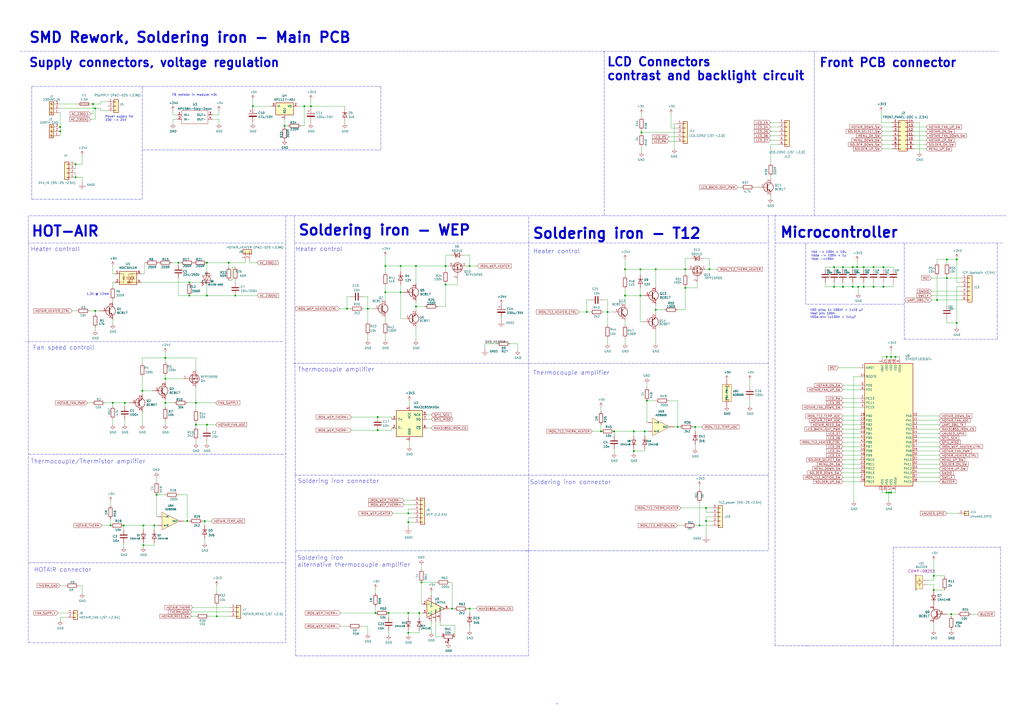
<source format=kicad_sch>
(kicad_sch (version 20211123) (generator eeschema)
  (paper "A2")
  (junction (at 541.655 342.265))
  (junction (at 272.415 353.06))
  (junction (at 405.765 304.8))
  (junction (at 219.075 249.555))
  (junction (at 258.445 154.305))
  (junction (at 348.615 250.19))
  (junction (at 180.34 61.595))
  (junction (at 223.52 169.545))
  (junction (at 232.41 169.545))
  (junction (at 43.815 95.25))
  (junction (at 362.585 156.21))
  (junction (at 397.51 156.21))
  (junction (at 71.755 304.8))
  (junction (at 512.445 166.37))
  (junction (at 409.575 294.64))
  (junction (at 109.855 171.45))
  (junction (at 516.89 285.75))
  (junction (at 483.87 166.37))
  (junction (at 146.685 61.595))
  (junction (at 515.62 285.75))
  (junction (at 95.885 207.645))
  (junction (at 356.235 250.19))
  (junction (at 176.53 61.595))
  (junction (at 244.475 337.82))
  (junction (at 243.205 355.6))
  (junction (at 236.855 355.6))
  (junction (at 258.445 165.1))
  (junction (at 82.55 226.695))
  (junction (at 371.475 171.45))
  (junction (at 393.065 247.65))
  (junction (at 225.425 355.6))
  (junction (at 132.715 152.4))
  (junction (at 512.445 154.94))
  (junction (at 83.185 316.23))
  (junction (at 554.99 150.495))
  (junction (at 83.185 304.8))
  (junction (at 213.36 179.07))
  (junction (at 501.015 154.94))
  (junction (at 65.405 233.68))
  (junction (at 120.015 246.38))
  (junction (at 262.255 353.06))
  (junction (at 219.075 241.935))
  (junction (at 501.015 166.37))
  (junction (at 403.225 247.65))
  (junction (at 411.48 156.21))
  (junction (at 120.015 171.45))
  (junction (at 541.655 334.01))
  (junction (at 375.285 232.41))
  (junction (at 136.525 171.45))
  (junction (at 340.36 180.975))
  (junction (at 241.3 154.305))
  (junction (at 519.43 207.01))
  (junction (at 497.205 154.94))
  (junction (at 494.665 154.94))
  (junction (at 514.35 285.75))
  (junction (at 352.425 180.975))
  (junction (at 488.95 154.94))
  (junction (at 118.745 302.26))
  (junction (at 374.015 250.19))
  (junction (at 113.665 246.38))
  (junction (at 506.73 166.37))
  (junction (at 89.535 304.8))
  (junction (at 236.855 367.03))
  (junction (at 236.855 302.895))
  (junction (at 367.665 261.62))
  (junction (at 108.585 302.26))
  (junction (at 232.41 154.305))
  (junction (at 64.135 304.8))
  (junction (at 514.35 207.01))
  (junction (at 367.665 250.19))
  (junction (at 223.52 154.305))
  (junction (at 217.805 355.6))
  (junction (at 201.295 179.07))
  (junction (at 90.805 287.02))
  (junction (at 516.89 207.01))
  (junction (at 372.11 76.835))
  (junction (at 506.73 154.94))
  (junction (at 236.855 297.815))
  (junction (at 43.815 102.87))
  (junction (at 549.275 161.29))
  (junction (at 241.3 177.8))
  (junction (at 362.585 171.45))
  (junction (at 34.925 76.2))
  (junction (at 120.015 152.4))
  (junction (at 543.56 173.99))
  (junction (at 165.1 73.025))
  (junction (at 95.885 233.68))
  (junction (at 551.815 356.235))
  (junction (at 272.415 154.305))
  (junction (at 409.575 302.26))
  (junction (at 72.39 233.68))
  (junction (at 103.505 152.4))
  (junction (at 380.365 179.705))
  (junction (at 549.275 150.495))
  (junction (at 397.51 167.005))
  (junction (at 34.925 73.66))
  (junction (at 109.855 163.83))
  (junction (at 53.975 60.325))
  (junction (at 125.73 357.505))
  (junction (at 497.84 166.37))
  (junction (at 488.95 166.37))
  (junction (at 494.665 166.37))
  (junction (at 371.475 156.21))
  (junction (at 554.99 187.325))
  (junction (at 55.245 62.865))
  (junction (at 483.87 154.94))
  (junction (at 95.885 219.71))
  (junction (at 113.665 233.68))
  (junction (at 380.365 156.21))
  (junction (at 55.245 180.34))
  (wire (pts (xy 397.51 149.86) (xy 397.51 156.21)))
  (polyline (pts (xy 467.995 176.53) (xy 524.51 176.53)))
  (wire (pts (xy 543.56 173.99) (xy 557.53 173.99)))
  (wire (pts (xy 272.415 154.305) (xy 276.86 154.305)))
  (wire (pts (xy 544.83 243.84) (xy 532.13 243.84)))
  (polyline (pts (xy 18.415 50.165) (xy 220.98 50.165)))
  (wire (pts (xy 103.505 171.45) (xy 103.505 161.29)))
  (wire (pts (xy 52.705 60.325) (xy 53.975 60.325)))
  (wire (pts (xy 515.62 290.83) (xy 515.62 285.75)))
  (wire (pts (xy 380.365 176.53) (xy 380.365 179.705)))
  (wire (pts (xy 530.225 76.2) (xy 537.21 76.2)))
  (wire (pts (xy 109.855 171.45) (xy 103.505 171.45)))
  (wire (pts (xy 108.585 287.02) (xy 108.585 302.26)))
  (wire (pts (xy 113.665 257.175) (xy 113.665 255.27)))
  (wire (pts (xy 499.11 279.4) (xy 488.95 279.4)))
  (wire (pts (xy 517.525 78.74) (xy 511.81 78.74)))
  (wire (pts (xy 488.95 276.86) (xy 499.11 276.86)))
  (wire (pts (xy 549.275 161.29) (xy 549.275 177.165)))
  (wire (pts (xy 497.205 154.94) (xy 501.015 154.94)))
  (wire (pts (xy 65.405 163.83) (xy 65.405 166.37)))
  (wire (pts (xy 519.43 207.01) (xy 521.97 207.01)))
  (wire (pts (xy 362.585 171.45) (xy 371.475 171.45)))
  (wire (pts (xy 397.51 156.21) (xy 397.51 158.75)))
  (wire (pts (xy 362.585 171.45) (xy 362.585 175.895)))
  (wire (pts (xy 180.34 61.595) (xy 200.025 61.595)))
  (wire (pts (xy 374.015 250.19) (xy 374.015 252.73)))
  (wire (pts (xy 544.83 251.46) (xy 532.13 251.46)))
  (polyline (pts (xy 350.52 29.845) (xy 349.885 29.845)))
  (wire (pts (xy 45.72 339.725) (xy 47.625 339.725)))
  (wire (pts (xy 236.855 302.895) (xy 240.03 302.895)))
  (wire (pts (xy 499.11 243.84) (xy 488.95 243.84)))
  (wire (pts (xy 343.535 250.19) (xy 348.615 250.19)))
  (wire (pts (xy 254 177.8) (xy 258.445 177.8)))
  (wire (pts (xy 499.11 266.7) (xy 488.95 266.7)))
  (wire (pts (xy 65.405 163.83) (xy 66.675 163.83)))
  (wire (pts (xy 47.625 339.725) (xy 47.625 344.17)))
  (wire (pts (xy 544.83 279.4) (xy 532.13 279.4)))
  (wire (pts (xy 241.3 154.305) (xy 241.3 164.465)))
  (wire (pts (xy 393.065 232.41) (xy 393.065 247.65)))
  (wire (pts (xy 403.225 257.81) (xy 403.225 260.35)))
  (wire (pts (xy 201.295 179.07) (xy 196.85 179.07)))
  (wire (pts (xy 203.2 179.07) (xy 201.295 179.07)))
  (wire (pts (xy 271.145 353.06) (xy 272.415 353.06)))
  (wire (pts (xy 544.83 248.92) (xy 532.13 248.92)))
  (wire (pts (xy 111.76 352.425) (xy 133.35 352.425)))
  (wire (pts (xy 95.885 207.645) (xy 113.665 207.645)))
  (polyline (pts (xy 163.83 198.12) (xy 14.605 198.12)))
  (wire (pts (xy 225.425 368.3) (xy 225.425 365.76)))
  (wire (pts (xy 488.95 251.46) (xy 499.11 251.46)))
  (wire (pts (xy 52.705 66.04) (xy 53.975 66.04)))
  (wire (pts (xy 537.21 73.66) (xy 530.225 73.66)))
  (wire (pts (xy 362.585 196.215) (xy 362.585 199.39)))
  (wire (pts (xy 532.13 264.16) (xy 544.83 264.16)))
  (wire (pts (xy 118.745 312.42) (xy 118.745 314.96)))
  (wire (pts (xy 113.665 246.38) (xy 120.015 246.38)))
  (wire (pts (xy 252.73 369.316) (xy 252.73 360.68)))
  (wire (pts (xy 236.855 367.03) (xy 236.855 368.3)))
  (wire (pts (xy 533.4 71.12) (xy 533.4 88.265)))
  (wire (pts (xy 227.33 248.285) (xy 227.33 249.555)))
  (wire (pts (xy 516.89 285.75) (xy 519.43 285.75)))
  (wire (pts (xy 240.03 290.195) (xy 234.315 290.195)))
  (wire (pts (xy 506.73 154.94) (xy 512.445 154.94)))
  (polyline (pts (xy 322.58 408.305) (xy 323.85 408.305)))
  (wire (pts (xy 537.845 339.09) (xy 541.655 339.09)))
  (wire (pts (xy 118.745 302.26) (xy 122.555 302.26)))
  (wire (pts (xy 223.52 148.59) (xy 223.52 154.305)))
  (wire (pts (xy 83.185 314.96) (xy 83.185 316.23)))
  (wire (pts (xy 497.84 166.37) (xy 494.665 166.37)))
  (wire (pts (xy 113.665 237.49) (xy 113.665 233.68)))
  (polyline (pts (xy 16.51 140.97) (xy 165.735 140.97)))
  (wire (pts (xy 272.415 363.22) (xy 272.415 365.76)))
  (wire (pts (xy 201.295 172.085) (xy 203.2 172.085)))
  (wire (pts (xy 250.19 343.535) (xy 250.19 345.44)))
  (wire (pts (xy 380.365 232.41) (xy 375.285 232.41)))
  (wire (pts (xy 132.715 162.56) (xy 134.62 162.56)))
  (wire (pts (xy 53.975 66.04) (xy 53.975 60.325)))
  (wire (pts (xy 123.19 66.675) (xy 127 66.675)))
  (wire (pts (xy 52.07 180.34) (xy 55.245 180.34)))
  (polyline (pts (xy 449.58 140.97) (xy 582.295 140.97)))
  (wire (pts (xy 109.855 163.83) (xy 81.915 163.83)))
  (wire (pts (xy 544.83 261.62) (xy 532.13 261.62)))
  (wire (pts (xy 412.75 297.18) (xy 409.575 297.18)))
  (wire (pts (xy 66.675 158.75) (xy 65.405 158.75)))
  (wire (pts (xy 499.11 246.38) (xy 488.95 246.38)))
  (wire (pts (xy 409.575 294.64) (xy 409.575 297.18)))
  (wire (pts (xy 447.04 114.935) (xy 447.04 113.665)))
  (wire (pts (xy 387.985 232.41) (xy 393.065 232.41)))
  (wire (pts (xy 488.95 163.83) (xy 488.95 166.37)))
  (wire (pts (xy 403.225 247.65) (xy 403.225 250.19)))
  (wire (pts (xy 408.305 149.86) (xy 411.48 149.86)))
  (wire (pts (xy 447.04 73.66) (xy 451.485 73.66)))
  (wire (pts (xy 241.3 189.865) (xy 241.3 197.485)))
  (wire (pts (xy 213.36 197.485) (xy 213.36 194.31)))
  (wire (pts (xy 478.79 154.94) (xy 483.87 154.94)))
  (wire (pts (xy 213.36 172.085) (xy 213.36 179.07)))
  (wire (pts (xy 429.895 108.585) (xy 427.99 108.585)))
  (polyline (pts (xy 449.58 124.46) (xy 449.58 140.97)))
  (wire (pts (xy 447.04 76.2) (xy 451.485 76.2)))
  (wire (pts (xy 144.78 151.13) (xy 144.78 152.4)))
  (polyline (pts (xy 445.77 125.095) (xy 445.77 319.405)))
  (wire (pts (xy 518.16 166.37) (xy 512.445 166.37)))
  (wire (pts (xy 447.04 94.615) (xy 447.04 83.82)))
  (wire (pts (xy 549.275 187.325) (xy 554.99 187.325)))
  (wire (pts (xy 541.655 342.265) (xy 541.655 342.9)))
  (wire (pts (xy 516.89 203.2) (xy 516.89 207.01)))
  (wire (pts (xy 58.42 60.325) (xy 58.42 59.055)))
  (wire (pts (xy 497.205 151.13) (xy 497.205 154.94)))
  (wire (pts (xy 372.11 75.565) (xy 372.11 76.835)))
  (wire (pts (xy 380.365 179.705) (xy 380.365 181.61)))
  (polyline (pts (xy 171.45 380.492) (xy 306.578 380.492)))
  (wire (pts (xy 497.84 170.18) (xy 497.84 166.37)))
  (wire (pts (xy 258.445 165.1) (xy 265.43 165.1)))
  (wire (pts (xy 132.715 154.94) (xy 132.715 152.4)))
  (wire (pts (xy 223.52 154.305) (xy 223.52 158.115)))
  (wire (pts (xy 362.585 167.64) (xy 362.585 171.45)))
  (wire (pts (xy 180.34 61.595) (xy 180.34 57.785)))
  (wire (pts (xy 409.575 156.21) (xy 411.48 156.21)))
  (wire (pts (xy 213.36 186.69) (xy 213.36 179.07)))
  (wire (pts (xy 65.405 233.68) (xy 72.39 233.68)))
  (wire (pts (xy 50.8 233.68) (xy 53.34 233.68)))
  (polyline (pts (xy 472.44 29.845) (xy 472.44 125.095)))
  (wire (pts (xy 483.87 156.21) (xy 483.87 154.94)))
  (wire (pts (xy 217.805 351.79) (xy 217.805 355.6)))
  (wire (pts (xy 210.82 172.085) (xy 213.36 172.085)))
  (polyline (pts (xy 170.815 125.095) (xy 171.45 318.77)))
  (wire (pts (xy 236.855 300.355) (xy 236.855 302.895)))
  (wire (pts (xy 262.255 353.06) (xy 263.525 353.06)))
  (wire (pts (xy 72.39 243.205) (xy 72.39 246.38)))
  (wire (pts (xy 499.11 271.78) (xy 488.95 271.78)))
  (wire (pts (xy 483.87 163.83) (xy 483.87 166.37)))
  (wire (pts (xy 371.475 186.69) (xy 372.745 186.69)))
  (wire (pts (xy 241.3 177.8) (xy 241.3 179.705)))
  (wire (pts (xy 512.445 166.37) (xy 506.73 166.37)))
  (wire (pts (xy 64.135 290.83) (xy 64.135 293.37)))
  (wire (pts (xy 83.185 304.8) (xy 83.185 307.34)))
  (wire (pts (xy 549.275 152.4) (xy 549.275 150.495)))
  (polyline (pts (xy 316.23 210.82) (xy 445.77 210.82)))
  (wire (pts (xy 412.75 294.64) (xy 409.575 294.64)))
  (polyline (pts (xy 580.39 374.65) (xy 580.39 316.865)))
  (wire (pts (xy 549.275 297.815) (xy 555.625 297.815)))
  (wire (pts (xy 290.83 184.15) (xy 290.83 185.42)))
  (wire (pts (xy 405.765 281.94) (xy 405.765 283.845)))
  (wire (pts (xy 71.755 317.5) (xy 71.755 314.96)))
  (wire (pts (xy 89.535 304.8) (xy 89.535 307.34)))
  (wire (pts (xy 516.89 285.75) (xy 516.89 284.48)))
  (wire (pts (xy 397.51 156.21) (xy 399.415 156.21)))
  (wire (pts (xy 551.815 365.125) (xy 551.815 365.76)))
  (wire (pts (xy 512.445 163.83) (xy 512.445 166.37)))
  (wire (pts (xy 544.83 274.32) (xy 532.13 274.32)))
  (wire (pts (xy 405.765 291.465) (xy 405.765 304.8)))
  (wire (pts (xy 506.73 156.21) (xy 506.73 154.94)))
  (wire (pts (xy 113.665 233.68) (xy 108.585 233.68)))
  (wire (pts (xy 375.285 232.41) (xy 375.285 245.11)))
  (wire (pts (xy 47.625 102.87) (xy 47.625 105.41)))
  (wire (pts (xy 371.475 171.45) (xy 371.475 186.69)))
  (wire (pts (xy 260.35 353.06) (xy 262.255 353.06)))
  (polyline (pts (xy 520.7 374.65) (xy 467.36 374.65)))
  (wire (pts (xy 233.68 169.545) (xy 232.41 169.545)))
  (wire (pts (xy 83.185 316.23) (xy 83.185 317.5)))
  (wire (pts (xy 352.425 180.975) (xy 354.965 180.975)))
  (wire (pts (xy 499.11 236.22) (xy 488.95 236.22)))
  (wire (pts (xy 243.205 365.76) (xy 243.205 367.03)))
  (wire (pts (xy 258.445 165.1) (xy 258.445 177.8)))
  (wire (pts (xy 227.33 249.555) (xy 219.075 249.555)))
  (wire (pts (xy 447.04 78.74) (xy 451.485 78.74)))
  (wire (pts (xy 123.19 69.215) (xy 127 69.215)))
  (wire (pts (xy 65.405 233.68) (xy 65.405 235.585)))
  (wire (pts (xy 554.99 150.495) (xy 554.99 163.83)))
  (wire (pts (xy 120.015 165.1) (xy 120.015 171.45)))
  (wire (pts (xy 514.35 207.01) (xy 516.89 207.01)))
  (wire (pts (xy 59.055 304.8) (xy 64.135 304.8)))
  (wire (pts (xy 120.015 171.45) (xy 136.525 171.45)))
  (wire (pts (xy 125.095 233.68) (xy 113.665 233.68)))
  (wire (pts (xy 203.835 241.935) (xy 219.075 241.935)))
  (wire (pts (xy 250.19 360.68) (xy 250.19 367.03)))
  (wire (pts (xy 127 66.675) (xy 127 64.135)))
  (wire (pts (xy 34.925 76.2) (xy 34.925 78.74)))
  (wire (pts (xy 409.575 299.72) (xy 409.575 302.26)))
  (wire (pts (xy 258.445 164.465) (xy 258.445 165.1)))
  (polyline (pts (xy 17.145 125.095) (xy 583.565 125.095)))
  (wire (pts (xy 99.695 152.4) (xy 103.505 152.4)))
  (wire (pts (xy 125.73 351.155) (xy 125.73 357.505)))
  (wire (pts (xy 232.41 184.785) (xy 233.68 184.785)))
  (wire (pts (xy 394.97 294.64) (xy 409.575 294.64)))
  (wire (pts (xy 393.065 179.705) (xy 397.51 179.705)))
  (wire (pts (xy 34.925 358.14) (xy 38.735 358.14)))
  (wire (pts (xy 106.68 302.26) (xy 108.585 302.26)))
  (wire (pts (xy 243.205 355.6) (xy 243.205 358.14)))
  (wire (pts (xy 83.82 158.75) (xy 81.915 158.75)))
  (polyline (pts (xy 520.065 374.65) (xy 580.39 374.65)))
  (polyline (pts (xy 220.98 82.55) (xy 220.98 86.995)))
  (wire (pts (xy 223.52 184.15) (xy 223.52 186.69)))
  (wire (pts (xy 340.36 180.975) (xy 335.915 180.975)))
  (wire (pts (xy 232.41 165.1) (xy 232.41 169.545)))
  (polyline (pts (xy 524.51 177.165) (xy 524.51 196.85)))
  (wire (pts (xy 551.815 356.235) (xy 549.275 356.235)))
  (wire (pts (xy 389.255 66.04) (xy 389.255 74.295)))
  (wire (pts (xy 43.815 102.87) (xy 43.815 100.33)))
  (wire (pts (xy 244.475 350.52) (xy 245.11 350.52)))
  (wire (pts (xy 120.015 248.285) (xy 120.015 246.38)))
  (wire (pts (xy 258.445 154.305) (xy 258.445 156.845)))
  (wire (pts (xy 244.475 337.82) (xy 244.475 350.52)))
  (wire (pts (xy 132.715 152.4) (xy 142.24 152.4)))
  (wire (pts (xy 223.52 154.305) (xy 232.41 154.305)))
  (wire (pts (xy 393.065 247.65) (xy 394.335 247.65)))
  (wire (pts (xy 409.575 302.26) (xy 409.575 310.515)))
  (wire (pts (xy 146.685 62.865) (xy 146.685 61.595)))
  (wire (pts (xy 82.55 238.76) (xy 82.55 246.38)))
  (wire (pts (xy 172.72 61.595) (xy 176.53 61.595)))
  (wire (pts (xy 71.755 304.8) (xy 71.755 307.34)))
  (wire (pts (xy 548.005 342.265) (xy 541.655 342.265)))
  (wire (pts (xy 243.205 355.6) (xy 245.11 355.6)))
  (polyline (pts (xy 306.578 380.492) (xy 306.578 319.278)))
  (wire (pts (xy 478.79 166.37) (xy 483.87 166.37)))
  (wire (pts (xy 499.11 254) (xy 488.95 254)))
  (wire (pts (xy 483.87 154.94) (xy 488.95 154.94)))
  (wire (pts (xy 511.81 83.82) (xy 517.525 83.82)))
  (wire (pts (xy 544.83 254) (xy 532.13 254)))
  (polyline (pts (xy 82.55 86.995) (xy 220.98 86.995)))
  (wire (pts (xy 300.355 199.39) (xy 295.91 199.39)))
  (wire (pts (xy 352.425 173.99) (xy 352.425 180.975)))
  (wire (pts (xy 225.425 355.6) (xy 236.855 355.6)))
  (wire (pts (xy 244.475 327.66) (xy 244.475 330.2)))
  (wire (pts (xy 236.855 355.6) (xy 243.205 355.6)))
  (wire (pts (xy 434.975 224.155) (xy 434.975 220.345)))
  (wire (pts (xy 411.48 149.86) (xy 411.48 156.21)))
  (wire (pts (xy 65.405 187.96) (xy 65.405 185.42)))
  (wire (pts (xy 213.36 179.07) (xy 215.9 179.07)))
  (wire (pts (xy 200.025 71.755) (xy 200.025 70.485)))
  (wire (pts (xy 95.885 207.645) (xy 95.885 210.185)))
  (wire (pts (xy 281.305 199.39) (xy 281.305 201.93)))
  (wire (pts (xy 401.955 247.65) (xy 403.225 247.65)))
  (wire (pts (xy 43.815 102.87) (xy 47.625 102.87)))
  (wire (pts (xy 90.805 287.02) (xy 90.805 299.72)))
  (wire (pts (xy 47.625 95.25) (xy 47.625 90.17)))
  (wire (pts (xy 397.51 167.005) (xy 404.495 167.005)))
  (wire (pts (xy 372.745 171.45) (xy 371.475 171.45)))
  (wire (pts (xy 55.245 62.865) (xy 58.42 62.865)))
  (wire (pts (xy 44.45 180.34) (xy 41.91 180.34)))
  (polyline (pts (xy 468.63 374.65) (xy 449.58 374.65)))
  (wire (pts (xy 117.475 302.26) (xy 118.745 302.26)))
  (wire (pts (xy 82.55 218.44) (xy 82.55 226.695)))
  (wire (pts (xy 563.245 356.235) (xy 567.055 356.235)))
  (wire (pts (xy 102.87 69.215) (xy 100.33 69.215)))
  (wire (pts (xy 95.885 233.68) (xy 95.885 231.775)))
  (wire (pts (xy 223.52 169.545) (xy 223.52 173.99)))
  (wire (pts (xy 530.225 81.28) (xy 537.21 81.28)))
  (wire (pts (xy 541.655 351.155) (xy 541.655 350.52)))
  (wire (pts (xy 541.655 336.55) (xy 541.655 334.01)))
  (wire (pts (xy 380.365 179.705) (xy 385.445 179.705)))
  (wire (pts (xy 90.805 276.86) (xy 90.805 279.4)))
  (wire (pts (xy 165.1 73.025) (xy 165.1 73.66)))
  (wire (pts (xy 367.665 250.19) (xy 374.015 250.19)))
  (wire (pts (xy 64.135 300.99) (xy 64.135 304.8)))
  (wire (pts (xy 518.16 154.94) (xy 518.16 156.21)))
  (wire (pts (xy 387.985 79.375) (xy 392.43 79.375)))
  (wire (pts (xy 120.015 246.38) (xy 125.095 246.38)))
  (wire (pts (xy 439.42 108.585) (xy 437.515 108.585)))
  (polyline (pts (xy 16.51 372.745) (xy 165.735 372.745)))
  (wire (pts (xy 352.425 199.39) (xy 352.425 196.215)))
  (wire (pts (xy 499.11 274.32) (xy 488.315 274.32)))
  (wire (pts (xy 83.185 304.8) (xy 89.535 304.8)))
  (wire (pts (xy 375.285 222.25) (xy 375.285 224.79)))
  (wire (pts (xy 532.13 276.86) (xy 544.83 276.86)))
  (wire (pts (xy 227.965 297.815) (xy 236.855 297.815)))
  (wire (pts (xy 240.03 295.275) (xy 236.855 295.275)))
  (wire (pts (xy 537.845 336.55) (xy 541.655 336.55)))
  (wire (pts (xy 488.95 264.16) (xy 499.11 264.16)))
  (wire (pts (xy 367.665 260.35) (xy 367.665 261.62)))
  (wire (pts (xy 512.445 154.94) (xy 518.16 154.94)))
  (wire (pts (xy 260.985 337.82) (xy 262.255 337.82)))
  (wire (pts (xy 549.275 184.785) (xy 549.275 187.325)))
  (wire (pts (xy 514.35 207.01) (xy 511.81 207.01)))
  (wire (pts (xy 227.33 243.205) (xy 227.33 241.935)))
  (polyline (pts (xy 16.51 326.39) (xy 165.735 326.39)))
  (wire (pts (xy 111.125 354.965) (xy 133.35 354.965)))
  (wire (pts (xy 511.81 207.01) (xy 511.81 208.28)))
  (wire (pts (xy 499.11 226.06) (xy 488.95 226.06)))
  (wire (pts (xy 55.245 189.865) (xy 55.245 191.77)))
  (wire (pts (xy 223.52 194.31) (xy 223.52 197.485)))
  (wire (pts (xy 494.665 154.94) (xy 494.665 156.21)))
  (wire (pts (xy 103.505 287.02) (xy 108.585 287.02)))
  (wire (pts (xy 82.55 226.695) (xy 82.55 228.6)))
  (wire (pts (xy 65.405 173.99) (xy 65.405 175.26)))
  (wire (pts (xy 232.41 154.305) (xy 232.41 157.48)))
  (wire (pts (xy 258.445 154.305) (xy 260.35 154.305)))
  (wire (pts (xy 362.585 156.21) (xy 362.585 160.02)))
  (wire (pts (xy 541.655 334.01) (xy 541.655 325.12)))
  (wire (pts (xy 501.015 163.83) (xy 501.015 166.37)))
  (wire (pts (xy 90.805 299.72) (xy 91.44 299.72)))
  (wire (pts (xy 356.235 250.19) (xy 356.235 252.73)))
  (wire (pts (xy 511.81 73.66) (xy 517.525 73.66)))
  (wire (pts (xy 375.285 245.11) (xy 375.92 245.11)))
  (wire (pts (xy 517.525 76.2) (xy 511.81 76.2)))
  (wire (pts (xy 133.35 357.505) (xy 125.73 357.505)))
  (wire (pts (xy 447.04 103.505) (xy 447.04 102.235)))
  (polyline (pts (xy 518.16 317.5) (xy 518.16 374.65)))
  (wire (pts (xy 95.885 221.615) (xy 95.885 219.71)))
  (wire (pts (xy 488.95 154.94) (xy 494.665 154.94)))
  (wire (pts (xy 405.765 304.8) (xy 412.75 304.8)))
  (wire (pts (xy 120.015 152.4) (xy 120.015 157.48)))
  (wire (pts (xy 532.13 271.78) (xy 544.83 271.78)))
  (polyline (pts (xy 18.415 50.165) (xy 18.415 115.57)))
  (wire (pts (xy 272.415 353.06) (xy 272.415 355.6)))
  (polyline (pts (xy 578.485 183.515) (xy 578.485 196.85)))
  (wire (pts (xy 548.005 334.645) (xy 548.005 334.01)))
  (wire (pts (xy 88.265 226.695) (xy 82.55 226.695)))
  (wire (pts (xy 404.495 167.005) (xy 404.495 163.83)))
  (wire (pts (xy 514.35 208.28) (xy 514.35 207.01)))
  (wire (pts (xy 342.265 180.975) (xy 340.36 180.975)))
  (wire (pts (xy 256.286 369.316) (xy 252.73 369.316)))
  (wire (pts (xy 272.415 147.955) (xy 272.415 154.305)))
  (wire (pts (xy 146.685 71.755) (xy 146.685 70.485)))
  (polyline (pts (xy 350.52 125.095) (xy 350.52 29.845)))
  (wire (pts (xy 494.665 154.94) (xy 497.205 154.94)))
  (wire (pts (xy 55.245 180.34) (xy 55.245 182.245)))
  (polyline (pts (xy 171.45 319.405) (xy 306.705 319.405)))
  (wire (pts (xy 53.975 60.325) (xy 58.42 60.325)))
  (polyline (pts (xy 18.415 115.57) (xy 82.55 115.57)))
  (wire (pts (xy 447.04 83.82) (xy 451.485 83.82)))
  (wire (pts (xy 548.005 334.01) (xy 541.655 334.01)))
  (wire (pts (xy 83.82 152.4) (xy 83.82 158.75)))
  (wire (pts (xy 125.73 339.725) (xy 125.73 343.535)))
  (wire (pts (xy 225.425 355.6) (xy 225.425 358.14)))
  (wire (pts (xy 511.81 285.75) (xy 511.81 284.48)))
  (wire (pts (xy 549.275 150.495) (xy 554.99 150.495)))
  (wire (pts (xy 403.225 247.65) (xy 407.035 247.65)))
  (wire (pts (xy 544.83 266.7) (xy 532.13 266.7)))
  (wire (pts (xy 362.585 150.495) (xy 362.585 156.21)))
  (wire (pts (xy 372.11 76.835) (xy 372.11 77.47)))
  (wire (pts (xy 362.585 156.21) (xy 371.475 156.21)))
  (wire (pts (xy 71.755 304.8) (xy 83.185 304.8)))
  (wire (pts (xy 113.665 224.79) (xy 113.665 233.68)))
  (wire (pts (xy 488.95 233.68) (xy 499.11 233.68)))
  (wire (pts (xy 397.51 166.37) (xy 397.51 167.005)))
  (wire (pts (xy 106.045 219.71) (xy 95.885 219.71)))
  (polyline (pts (xy 165.735 125.095) (xy 165.735 372.745)))
  (wire (pts (xy 84.455 152.4) (xy 83.82 152.4)))
  (wire (pts (xy 270.51 154.305) (xy 272.415 154.305)))
  (wire (pts (xy 488.95 259.08) (xy 499.11 259.08)))
  (wire (pts (xy 157.48 61.595) (xy 146.685 61.595)))
  (wire (pts (xy 60.96 233.68) (xy 65.405 233.68)))
  (wire (pts (xy 34.925 62.865) (xy 55.245 62.865)))
  (wire (pts (xy 495.3 290.83) (xy 495.3 218.44)))
  (wire (pts (xy 201.295 172.085) (xy 201.295 179.07)))
  (wire (pts (xy 146.685 61.595) (xy 146.685 57.785)))
  (wire (pts (xy 515.62 285.75) (xy 516.89 285.75)))
  (wire (pts (xy 494.665 166.37) (xy 494.665 163.83)))
  (wire (pts (xy 209.55 363.22) (xy 213.36 363.22)))
  (wire (pts (xy 478.79 163.83) (xy 478.79 166.37)))
  (wire (pts (xy 544.83 256.54) (xy 532.13 256.54)))
  (wire (pts (xy 180.34 71.755) (xy 180.34 70.485)))
  (wire (pts (xy 499.11 248.92) (xy 488.95 248.92)))
  (polyline (pts (xy 82.55 50.165) (xy 82.55 115.57)))
  (polyline (pts (xy 11.43 29.845) (xy 579.12 29.845)))
  (wire (pts (xy 447.04 71.12) (xy 451.485 71.12)))
  (wire (pts (xy 265.43 165.1) (xy 265.43 161.925)))
  (wire (pts (xy 136.525 171.45) (xy 149.225 171.45)))
  (wire (pts (xy 43.815 97.79) (xy 43.815 95.25)))
  (wire (pts (xy 203.835 249.555) (xy 219.075 249.555)))
  (wire (pts (xy 362.585 186.055) (xy 362.585 188.595)))
  (wire (pts (xy 247.65 240.665) (xy 250.19 240.665)))
  (wire (pts (xy 125.73 357.505) (xy 121.285 357.505)))
  (wire (pts (xy 537.21 78.74) (xy 530.225 78.74)))
  (wire (pts (xy 486.41 213.36) (xy 499.11 213.36)))
  (wire (pts (xy 95.885 204.47) (xy 95.885 207.645)))
  (wire (pts (xy 411.48 156.21) (xy 415.925 156.21)))
  (wire (pts (xy 197.485 355.6) (xy 217.805 355.6)))
  (polyline (pts (xy 580.39 317.5) (xy 518.16 317.5)))
  (wire (pts (xy 223.52 169.545) (xy 232.41 169.545)))
  (wire (pts (xy 380.365 156.21) (xy 380.365 166.37)))
  (wire (pts (xy 100.33 69.215) (xy 100.33 71.755)))
  (wire (pts (xy 512.445 156.21) (xy 512.445 154.94)))
  (wire (pts (xy 241.3 154.305) (xy 258.445 154.305)))
  (polyline (pts (xy 171.45 319.278) (xy 171.45 380.492)))
  (wire (pts (xy 397.51 167.005) (xy 397.51 179.705)))
  (wire (pts (xy 34.925 73.66) (xy 34.925 76.2)))
  (wire (pts (xy 374.015 260.35) (xy 374.015 261.62)))
  (wire (pts (xy 340.36 173.99) (xy 340.36 180.975)))
  (wire (pts (xy 434.975 235.585) (xy 434.975 231.775)))
  (wire (pts (xy 236.855 302.895) (xy 236.855 305.435)))
  (wire (pts (xy 104.775 152.4) (xy 103.505 152.4)))
  (wire (pts (xy 488.95 256.54) (xy 499.11 256.54)))
  (wire (pts (xy 113.665 245.11) (xy 113.665 246.38)))
  (wire (pts (xy 488.95 269.24) (xy 499.11 269.24)))
  (wire (pts (xy 65.405 158.75) (xy 65.405 154.305)))
  (wire (pts (xy 488.95 166.37) (xy 494.665 166.37)))
  (wire (pts (xy 367.665 250.19) (xy 367.665 252.73)))
  (wire (pts (xy 262.255 337.82) (xy 262.255 353.06)))
  (wire (pts (xy 65.405 243.205) (xy 65.405 246.38)))
  (wire (pts (xy 109.855 171.45) (xy 120.015 171.45)))
  (wire (pts (xy 95.885 219.71) (xy 95.885 217.805)))
  (wire (pts (xy 514.35 284.48) (xy 514.35 285.75)))
  (wire (pts (xy 540.385 171.45) (xy 557.53 171.45)))
  (wire (pts (xy 514.35 285.75) (xy 511.81 285.75)))
  (wire (pts (xy 237.49 232.41) (xy 237.49 235.585)))
  (wire (pts (xy 348.615 236.22) (xy 348.615 238.76)))
  (wire (pts (xy 540.385 161.29) (xy 549.275 161.29)))
  (wire (pts (xy 403.86 304.8) (xy 405.765 304.8)))
  (wire (pts (xy 393.065 304.8) (xy 396.24 304.8)))
  (wire (pts (xy 263.906 362.712) (xy 263.906 369.316)))
  (wire (pts (xy 543.56 160.02) (xy 543.56 173.99)))
  (wire (pts (xy 34.925 60.325) (xy 45.085 60.325)))
  (wire (pts (xy 52.705 69.215) (xy 55.245 69.215)))
  (wire (pts (xy 499.11 223.52) (xy 488.95 223.52)))
  (wire (pts (xy 501.015 156.21) (xy 501.015 154.94)))
  (wire (pts (xy 554.99 163.83) (xy 557.53 163.83)))
  (wire (pts (xy 371.475 156.21) (xy 380.365 156.21)))
  (wire (pts (xy 519.43 285.75) (xy 519.43 284.48)))
  (wire (pts (xy 167.005 73.025) (xy 165.1 73.025)))
  (wire (pts (xy 554.99 187.325) (xy 554.99 166.37)))
  (wire (pts (xy 391.16 71.755) (xy 392.43 71.755)))
  (wire (pts (xy 241.3 177.8) (xy 246.38 177.8)))
  (wire (pts (xy 261.62 147.955) (xy 258.445 147.955)))
  (wire (pts (xy 241.3 174.625) (xy 241.3 177.8)))
  (wire (pts (xy 82.55 210.82) (xy 82.55 207.645)))
  (wire (pts (xy 543.56 150.495) (xy 543.56 152.4)))
  (wire (pts (xy 113.665 207.645) (xy 113.665 214.63)))
  (wire (pts (xy 554.99 166.37) (xy 557.53 166.37)))
  (wire (pts (xy 82.55 207.645) (xy 95.885 207.645)))
  (wire (pts (xy 537.21 83.82) (xy 530.225 83.82)))
  (wire (pts (xy 348.615 246.38) (xy 348.615 250.19)))
  (wire (pts (xy 243.205 367.03) (xy 236.855 367.03)))
  (wire (pts (xy 58.42 64.135) (xy 58.42 62.865)))
  (wire (pts (xy 400.685 149.86) (xy 397.51 149.86)))
  (wire (pts (xy 55.245 180.34) (xy 57.785 180.34)))
  (wire (pts (xy 349.885 180.975) (xy 352.425 180.975)))
  (wire (pts (xy 483.87 166.37) (xy 488.95 166.37)))
  (wire (pts (xy 236.855 297.815) (xy 240.03 297.815)))
  (wire (pts (xy 340.36 173.99) (xy 342.265 173.99)))
  (polyline (pts (xy 170.815 275.59) (xy 316.23 275.59)))
  (wire (pts (xy 213.36 363.22) (xy 213.36 367.665)))
  (wire (pts (xy 555.625 356.235) (xy 551.815 356.235)))
  (wire (pts (xy 478.79 156.21) (xy 478.79 154.94)))
  (wire (pts (xy 127 69.215) (xy 127 71.755)))
  (wire (pts (xy 521.97 207.01) (xy 521.97 208.28)))
  (wire (pts (xy 255.27 360.68) (xy 255.27 362.712)))
  (wire (pts (xy 530.225 86.36) (xy 537.21 86.36)))
  (wire (pts (xy 391.16 86.36) (xy 391.16 71.755)))
  (polyline (pts (xy 170.18 210.82) (xy 316.23 210.82)))
  (wire (pts (xy 223.52 165.735) (xy 223.52 169.545)))
  (wire (pts (xy 43.815 95.25) (xy 47.625 95.25)))
  (wire (pts (xy 95.885 287.02) (xy 90.805 287.02)))
  (wire (pts (xy 118.745 302.26) (xy 118.745 304.8)))
  (wire (pts (xy 33.655 355.6) (xy 38.735 355.6)))
  (polyline (pts (xy 524.51 196.85) (xy 578.485 196.85)))
  (wire (pts (xy 409.575 302.26) (xy 412.75 302.26)))
  (polyline (pts (xy 304.8 319.405) (xy 445.77 319.405)))
  (wire (pts (xy 549.275 150.495) (xy 543.56 150.495)))
  (wire (pts (xy 549.275 161.29) (xy 557.53 161.29)))
  (wire (pts (xy 544.83 259.08) (xy 532.13 259.08)))
  (wire (pts (xy 227.33 241.935) (xy 219.075 241.935)))
  (wire (pts (xy 89.535 314.96) (xy 89.535 316.23)))
  (wire (pts (xy 176.53 61.595) (xy 180.34 61.595)))
  (wire (pts (xy 506.73 166.37) (xy 501.015 166.37)))
  (wire (pts (xy 74.93 233.68) (xy 72.39 233.68)))
  (wire (pts (xy 100.965 233.68) (xy 95.885 233.68)))
  (wire (pts (xy 501.015 154.94) (xy 506.73 154.94)))
  (wire (pts (xy 255.27 362.712) (xy 263.906 362.712)))
  (wire (pts (xy 371.475 156.21) (xy 371.475 159.385)))
  (wire (pts (xy 517.525 81.28) (xy 511.81 81.28)))
  (wire (pts (xy 518.16 163.83) (xy 518.16 166.37)))
  (wire (pts (xy 372.11 85.09) (xy 372.11 88.265)))
  (wire (pts (xy 197.485 363.22) (xy 201.93 363.22)))
  (polyline (pts (xy 524.51 140.97) (xy 524.51 176.53)))
  (wire (pts (xy 217.805 341.63) (xy 217.805 344.17)))
  (wire (pts (xy 506.73 163.83) (xy 506.73 166.37)))
  (wire (pts (xy 519.43 207.01) (xy 519.43 208.28)))
  (wire (pts (xy 72.39 233.68) (xy 72.39 235.585)))
  (wire (pts (xy 236.855 355.6) (xy 236.855 358.14)))
  (wire (pts (xy 95.885 246.38) (xy 95.885 243.84)))
  (wire (pts (xy 237.49 255.905) (xy 237.49 259.08)))
  (wire (pts (xy 391.16 247.65) (xy 393.065 247.65)))
  (wire (pts (xy 371.475 167.005) (xy 371.475 171.45)))
  (wire (pts (xy 102.87 66.675) (xy 100.33 66.675)))
  (wire (pts (xy 34.925 65.405) (xy 34.925 73.66)))
  (wire (pts (xy 108.585 302.26) (xy 109.855 302.26)))
  (wire (pts (xy 176.53 73.025) (xy 176.53 61.595)))
  (wire (pts (xy 136.525 163.83) (xy 136.525 162.56)))
  (wire (pts (xy 165.1 69.215) (xy 165.1 73.025)))
  (wire (pts (xy 113.665 246.38) (xy 113.665 247.65)))
  (wire (pts (xy 517.525 71.12) (xy 511.175 71.12)))
  (wire (pts (xy 247.65 243.205) (xy 250.19 243.205)))
  (wire (pts (xy 38.1 339.725) (xy 34.925 339.725)))
  (wire (pts (xy 495.3 218.44) (xy 499.11 218.44)))
  (wire (pts (xy 89.535 304.8) (xy 91.44 304.8)))
  (polyline (pts (xy 449.58 374.65) (xy 449.58 140.97)))
  (wire (pts (xy 349.885 173.99) (xy 352.425 173.99)))
  (wire (pts (xy 134.62 154.94) (xy 136.525 154.94)))
  (polyline (pts (xy 467.36 140.97) (xy 467.36 176.53)))
  (wire (pts (xy 544.83 269.24) (xy 532.13 269.24)))
  (polyline (pts (xy 16.51 125.095) (xy 16.51 372.745)))
  (wire (pts (xy 501.015 166.37) (xy 497.84 166.37)))
  (wire (pts (xy 55.245 69.215) (xy 55.245 62.865)))
  (polyline (pts (xy 578.485 183.515) (xy 578.485 140.97)))
  (wire (pts (xy 544.83 241.3) (xy 532.13 241.3)))
  (wire (pts (xy 281.305 199.39) (xy 288.29 199.39)))
  (wire (pts (xy 174.625 73.025) (xy 176.53 73.025)))
  (wire (pts (xy 554.99 189.865) (xy 554.99 187.325)))
  (wire (pts (xy 269.24 147.955) (xy 272.415 147.955)))
  (wire (pts (xy 499.11 231.14) (xy 488.95 231.14)))
  (wire (pts (xy 540.385 173.99) (xy 543.56 173.99)))
  (wire (pts (xy 258.445 147.955) (xy 258.445 154.305)))
  (wire (pts (xy 541.655 339.09) (xy 541.655 342.265)))
  (wire (pts (xy 142.24 152.4) (xy 142.24 151.13)))
  (wire (pts (xy 120.015 152.4) (xy 132.715 152.4)))
  (wire (pts (xy 516.89 207.01) (xy 516.89 208.28)))
  (wire (pts (xy 380.365 191.77) (xy 380.365 199.39)))
  (wire (pts (xy 34.925 360.045) (xy 34.925 358.14)))
  (wire (pts (xy 247.65 248.285) (xy 250.19 248.285)))
  (wire (pts (xy 236.855 365.76) (xy 236.855 367.03)))
  (polyline (pts (xy 170.815 140.97) (xy 445.77 140.97)))
  (polyline (pts (xy 16.51 263.525) (xy 165.735 263.525)))
  (wire (pts (xy 234.315 292.735) (xy 240.03 292.735)))
  (wire (pts (xy 253.365 337.82) (xy 244.475 337.82)))
  (wire (pts (xy 540.385 168.91) (xy 557.53 168.91)))
  (wire (pts (xy 180.34 62.865) (xy 180.34 61.595)))
  (wire (pts (xy 488.95 156.21) (xy 488.95 154.94)))
  (wire (pts (xy 554.99 149.86) (xy 554.99 150.495)))
  (wire (pts (xy 374.015 261.62) (xy 367.665 261.62)))
  (wire (pts (xy 517.525 86.36) (xy 511.81 86.36)))
  (wire (pts (xy 511.175 71.12) (xy 511.175 64.77)))
  (wire (pts (xy 356.235 262.89) (xy 356.235 260.35)))
  (wire (pts (xy 100.33 66.675) (xy 100.33 64.135)))
  (polyline (pts (xy 316.23 275.59) (xy 445.77 275.59)))
  (wire (pts (xy 389.255 74.295) (xy 392.43 74.295)))
  (wire (pts (xy 499.11 261.62) (xy 488.95 261.62)))
  (wire (pts (xy 372.11 76.835) (xy 392.43 76.835)))
  (wire (pts (xy 62.23 64.135) (xy 58.42 64.135)))
  (wire (pts (xy 120.015 257.175) (xy 120.015 255.905)))
  (wire (pts (xy 549.275 160.02) (xy 549.275 161.29)))
  (wire (pts (xy 356.235 250.19) (xy 367.665 250.19)))
  (wire (pts (xy 514.35 285.75) (xy 515.62 285.75)))
  (wire (pts (xy 447.04 81.28) (xy 451.485 81.28)))
  (wire (pts (xy 109.855 163.83) (xy 116.205 163.83)))
  (wire (pts (xy 58.42 59.055) (xy 62.23 59.055)))
  (wire (pts (xy 374.015 250.19) (xy 375.92 250.19)))
  (wire (pts (xy 210.82 179.07) (xy 213.36 179.07)))
  (wire (pts (xy 240.03 300.355) (xy 236.855 300.355)))
  (wire (pts (xy 89.535 316.23) (xy 83.185 316.23)))
  (wire (pts (xy 111.125 357.505) (xy 113.665 357.505)))
  (wire (pts (xy 352.425 188.595) (xy 352.425 180.975)))
  (wire (pts (xy 372.11 66.04) (xy 372.11 67.945)))
  (wire (pts (xy 532.13 246.38) (xy 544.83 246.38)))
  (wire (pts (xy 232.41 154.305) (xy 241.3 154.305)))
  (wire (pts (xy 541.655 365.76) (xy 541.655 361.315)))
  (wire (pts (xy 236.855 295.275) (xy 236.855 297.815)))
  (wire (pts (xy 530.225 71.12) (xy 533.4 71.12)))
  (wire (pts (xy 551.815 356.235) (xy 551.815 357.505)))
  (wire (pts (xy 272.415 353.06) (xy 276.225 353.06)))
  (wire (pts (xy 232.41 169.545) (xy 232.41 184.785)))
  (wire (pts (xy 134.62 162.56) (xy 134.62 154.94)))
  (wire (pts (xy 103.505 152.4) (xy 103.505 153.67)))
  (wire (pts (xy 300.355 199.39) (xy 300.355 203.2)))
  (polyline (pts (xy 306.705 125.73) (xy 306.705 319.405)))
  (wire (pts (xy 367.665 261.62) (xy 367.665 262.89)))
  (wire (pts (xy 516.89 207.01) (xy 519.43 207.01)))
  (polyline (pts (xy 220.98 50.165) (xy 220.98 82.55)))
  (wire (pts (xy 200.025 61.595) (xy 200.025 62.865)))
  (wire (pts (xy 499.11 241.3) (xy 488.95 241.3)))
  (wire (pts (xy 380.365 156.21) (xy 397.51 156.21)))
  (wire (pts (xy 144.78 152.4) (xy 149.225 152.4)))
  (wire (pts (xy 95.885 236.22) (xy 95.885 233.68)))
  (wire (pts (xy 387.985 81.915) (xy 392.43 81.915)))
  (wire (pts (xy 409.575 299.72) (xy 412.75 299.72)))
  (text "FB resistor in module: 43k" (at 99.695 55.88 0) (effects (font (size 1.27 1.27)) (justify left bottom)))
  (text "Soldering iron connector\n" (at 307.34 281.305 0) (effects (font (size 2.4892 2.4892)) (justify left bottom)))
  (text "Heater controll" (at 17.78 146.05 0) (effects (font (size 2.4892 2.4892)) (justify left bottom)))
  (text "Front PCB connector" (at 474.98 39.37 0) (effects (font (size 5.0038 5.0038) (thickness 1.0008) bold) (justify left bottom)))
  (text "Soldering iron connector\n" (at 172.72 280.67 0) (effects (font (size 2.4892 2.4892)) (justify left bottom)))
  (text "SMD Rework, Soldering iron - Main PCB" (at 16.51 25.4 0) (effects (font (size 5.9944 5.9944) (thickness 1.1989) bold) (justify left bottom)))
  (text "Thermocouple amplifier" (at 309.245 217.805 0) (effects (font (size 2.4892 2.4892)) (justify left bottom)))
  (text "Soldering iron \nalternative thermocouple amplifier" (at 172.466 329.184 0) (effects (font (size 2.4892 2.4892)) (justify left bottom)))
  (text "Thermocouple amplifier" (at 172.72 215.9 0) (effects (font (size 2.4892 2.4892)) (justify left bottom)))
  (text "Supply connectors, voltage regulation" (at 16.51 39.37 0) (effects (font (size 5.0038 5.0038) (thickness 1.0008) bold) (justify left bottom)))
  (text "Heater control" (at 309.245 147.32 0) (effects (font (size 2.4892 2.4892)) (justify left bottom)))
  (text "Fan speed controll" (at 19.05 203.2 0) (effects (font (size 2.4892 2.4892)) (justify left bottom)))
  (text "Soldering iron - T12" (at 308.61 139.065 0) (effects (font (size 5.9944 5.9944) (thickness 1.1989) bold) (justify left bottom)))
  (text "Microcontroller" (at 452.12 138.43 0) (effects (font (size 5.9944 5.9944) (thickness 1.1989) bold) (justify left bottom)))
  (text "Thermocouple/Thermistor amplifier" (at 17.78 269.24 0) (effects (font (size 2.4892 2.4892)) (justify left bottom)))
  (text "HOT-AIR" (at 17.78 137.795 0) (effects (font (size 5.9944 5.9944) (thickness 1.1989) bold) (justify left bottom)))
  (text "LCD Connectors\ncontrast and backlight circuit" (at 351.79 46.99 0) (effects (font (size 5.0038 5.0038) (thickness 1.0008) bold) (justify left bottom)))
  (text "Vdd -> 100n + 10u\nVdda -> 100n + 1u\nVbat ->100n" (at 470.535 151.13 0) (effects (font (size 1.27 1.27)) (justify left bottom)))
  (text "HOTAIR connector\n" (at 19.685 332.105 0) (effects (font (size 2.4892 2.4892)) (justify left bottom)))
  (text "1,2V @ 12mA" (at 50.165 171.45 0) (effects (font (size 1.27 1.27)) (justify left bottom)))
  (text "Power supply for\n230 -> 24V" (at 60.96 70.485 0) (effects (font (size 1.27 1.27)) (justify left bottom)))
  (text "Soldering iron - WEP" (at 172.72 137.16 0) (effects (font (size 5.9944 5.9944) (thickness 1.1989) bold) (justify left bottom)))
  (text "VDD pins: 1x 100nF + 1x10 µF\nVbat pin: 100n\nVDDa pin: 1x100n + 1x1µF" (at 469.9 184.785 0) (effects (font (size 1.27 1.27)) (justify left bottom)))
  (text "Heater control" (at 171.45 146.05 0) (effects (font (size 2.4892 2.4892)) (justify left bottom)))
  (label "GND_HEATER" (at 281.305 199.39 0))
  (global_label "LCD_EN" (shape input) (at 447.04 71.12 180) (property "Intersheet References" "${INTERSHEET_REFS}" (effects hide)))
  (global_label "AC_230(L)" (shape input) (at 149.225 152.4 0) (property "Intersheet References" "${INTERSHEET_REFS}" (effects hide)))
  (global_label "BUZZER" (shape input) (at 544.83 279.4 0) (property "Intersheet References" "${INTERSHEET_REFS}" (effects hide)))
  (global_label "LCD_D6" (shape input) (at 488.95 254 180) (property "Intersheet References" "${INTERSHEET_REFS}" (effects hide)))
  (global_label "SWCLK" (shape input) (at 544.83 276.86 0) (property "Intersheet References" "${INTERSHEET_REFS}" (effects hide)))
  (global_label "SPI1_SCK" (shape input) (at 544.83 254 0) (property "Intersheet References" "${INTERSHEET_REFS}" (effects hide)))
  (global_label "LCD_D4" (shape input) (at 447.04 73.66 180) (property "Intersheet References" "${INTERSHEET_REFS}" (effects hide)))
  (global_label "IRON_WEP_THERM-" (shape input) (at 234.315 290.195 180) (property "Intersheet References" "${INTERSHEET_REFS}" (effects hide)))
  (global_label "MENU_UP_SW" (shape input) (at 537.21 86.36 0) (property "Intersheet References" "${INTERSHEET_REFS}" (effects hide)))
  (global_label "LCD_BACKLIGHT_PWM" (shape input) (at 488.95 248.92 180) (property "Intersheet References" "${INTERSHEET_REFS}" (effects hide)))
  (global_label "SOLDER_DOWN_SW" (shape input) (at 511.81 83.82 180) (property "Intersheet References" "${INTERSHEET_REFS}" (effects hide)))
  (global_label "SOLDER_ON_SW" (shape input) (at 537.21 83.82 0) (property "Intersheet References" "${INTERSHEET_REFS}" (effects hide)))
  (global_label "LCD_RS" (shape input) (at 387.985 79.375 180) (property "Intersheet References" "${INTERSHEET_REFS}" (effects hide)))
  (global_label "LCD_D5" (shape input) (at 447.04 76.2 180) (property "Intersheet References" "${INTERSHEET_REFS}" (effects hide)))
  (global_label "SOLDER_UP_SW" (shape input) (at 488.95 279.4 180) (property "Intersheet References" "${INTERSHEET_REFS}" (effects hide)))
  (global_label "SOLDER_SELECT_SW" (shape input) (at 511.81 76.2 180) (property "Intersheet References" "${INTERSHEET_REFS}" (effects hide)))
  (global_label "LCD_D6" (shape input) (at 447.04 78.74 180) (property "Intersheet References" "${INTERSHEET_REFS}" (effects hide)))
  (global_label "HOTAIR_THERM" (shape input) (at 59.055 304.8 180) (property "Intersheet References" "${INTERSHEET_REFS}" (effects hide)))
  (global_label "HOTAIR_FAN_DOWN_SW" (shape input) (at 537.21 78.74 0) (property "Intersheet References" "${INTERSHEET_REFS}" (effects hide)))
  (global_label "HOTAIR_HEATER_CTRL" (shape input) (at 544.83 264.16 0) (property "Intersheet References" "${INTERSHEET_REFS}" (effects hide)))
  (global_label "MAX31855_IRON_CS" (shape input) (at 544.83 248.92 0) (property "Intersheet References" "${INTERSHEET_REFS}" (effects hide)))
  (global_label "LCD_D4" (shape input) (at 488.95 261.62 180) (property "Intersheet References" "${INTERSHEET_REFS}" (effects hide)))
  (global_label "FAN_SUPPLY" (shape input) (at 33.655 355.6 180) (property "Intersheet References" "${INTERSHEET_REFS}" (effects hide)))
  (global_label "MAX31855_IRON_CS" (shape input) (at 276.225 353.06 0) (property "Intersheet References" "${INTERSHEET_REFS}" (effects hide)))
  (global_label "HOTAIR_UP_SW" (shape input) (at 537.21 81.28 0) (property "Intersheet References" "${INTERSHEET_REFS}" (effects hide)))
  (global_label "HOTAIR_FAN_UP_SW" (shape input) (at 488.95 226.06 180) (property "Intersheet References" "${INTERSHEET_REFS}" (effects hide)))
  (global_label "HOTAIR_FAN_PWM" (shape input) (at 544.83 261.62 0) (property "Intersheet References" "${INTERSHEET_REFS}" (effects hide)))
  (global_label "SPI1_MISO" (shape input) (at 544.83 256.54 0) (property "Intersheet References" "${INTERSHEET_REFS}" (effects hide)))
  (global_label "IRON_WEP_HEATER" (shape input) (at 227.965 297.815 180) (property "Intersheet References" "${INTERSHEET_REFS}" (effects hide)))
  (global_label "SPI1_SCK" (shape input) (at 250.19 240.665 0) (property "Intersheet References" "${INTERSHEET_REFS}" (effects hide)))
  (global_label "LCD_D7" (shape input) (at 488.95 251.46 180) (property "Intersheet References" "${INTERSHEET_REFS}" (effects hide)))
  (global_label "LCD_RW" (shape input) (at 387.985 81.915 180) (property "Intersheet References" "${INTERSHEET_REFS}" (effects hide)))
  (global_label "MENU_UP_SW" (shape input) (at 544.83 266.7 0) (property "Intersheet References" "${INTERSHEET_REFS}" (effects hide)))
  (global_label "IRON_T12_MOTION_SW" (shape input) (at 488.95 276.86 180) (property "Intersheet References" "${INTERSHEET_REFS}" (effects hide)))
  (global_label "HOTAIR_UP_SW" (shape input) (at 544.83 271.78 0) (property "Intersheet References" "${INTERSHEET_REFS}" (effects hide)))
  (global_label "IRON_WEP_THERM+" (shape input) (at 197.485 355.6 180) (property "Intersheet References" "${INTERSHEET_REFS}" (effects hide)))
  (global_label "IRON_WEP_HEATER" (shape input) (at 276.86 154.305 0) (property "Intersheet References" "${INTERSHEET_REFS}" (effects hide)))
  (global_label "HOTAIR_DOWN_SW" (shape input) (at 544.83 241.3 0) (property "Intersheet References" "${INTERSHEET_REFS}" (effects hide)))
  (global_label "IRON_WEP_HEATER_CTRL" (shape input) (at 544.83 259.08 0) (property "Intersheet References" "${INTERSHEET_REFS}" (effects hide)))
  (global_label "IRON_T12_TEMP_ADC" (shape input) (at 407.035 247.65 0) (property "Intersheet References" "${INTERSHEET_REFS}" (effects hide)))
  (global_label "SWDIO" (shape input) (at 540.385 168.91 180) (property "Intersheet References" "${INTERSHEET_REFS}" (effects hide)))
  (global_label "LCD_EN" (shape input) (at 488.95 264.16 180) (property "Intersheet References" "${INTERSHEET_REFS}" (effects hide)))
  (global_label "IRON_T12_HEATER_CTRL" (shape input) (at 488.95 256.54 180) (property "Intersheet References" "${INTERSHEET_REFS}" (effects hide)))
  (global_label "IRON_WEP_HEATER_CTRL" (shape input) (at 196.85 179.07 180) (property "Intersheet References" "${INTERSHEET_REFS}" (effects hide)))
  (global_label "HOTAIR_FAN_DOWN_SW" (shape input) (at 488.95 236.22 180) (property "Intersheet References" "${INTERSHEET_REFS}" (effects hide)))
  (global_label "AC_230(N)" (shape input) (at 52.705 69.215 180) (property "Intersheet References" "${INTERSHEET_REFS}" (effects hide)))
  (global_label "LCD_D7" (shape input) (at 447.04 81.28 180) (property "Intersheet References" "${INTERSHEET_REFS}" (effects hide)))
  (global_label "AC_230(L)" (shape input) (at 52.705 66.04 180) (property "Intersheet References" "${INTERSHEET_REFS}" (effects hide)))
  (global_label "BUZZER" (shape input) (at 567.055 356.235 0) (property "Intersheet References" "${INTERSHEET_REFS}" (effects hide)))
  (global_label "SOLDER_DOWN_SW" (shape input) (at 488.315 274.32 180) (property "Intersheet References" "${INTERSHEET_REFS}" (effects hide)))
  (global_label "UNUSED_GPIO" (shape input) (at 544.83 251.46 0) (property "Intersheet References" "${INTERSHEET_REFS}" (effects hide)))
  (global_label "HOTAIR_FAN_UP_SW" (shape input) (at 537.21 73.66 0) (property "Intersheet References" "${INTERSHEET_REFS}" (effects hide)))
  (global_label "HOTAIR_ON_SW" (shape input) (at 488.95 223.52 180) (property "Intersheet References" "${INTERSHEET_REFS}" (effects hide)))
  (global_label "HOTAIR_HEATER_CTRL" (shape input) (at 41.91 180.34 180) (property "Intersheet References" "${INTERSHEET_REFS}" (effects hide)))
  (global_label "UART_DBG_TX" (shape input) (at 540.385 173.99 180) (property "Intersheet References" "${INTERSHEET_REFS}" (effects hide)))
  (global_label "HOTAIR_FAN_ADC" (shape input) (at 125.095 246.38 0) (property "Intersheet References" "${INTERSHEET_REFS}" (effects hide)))
  (global_label "IRON_T12_MOTION_SW" (shape input) (at 393.065 304.8 180) (property "Intersheet References" "${INTERSHEET_REFS}" (effects hide)))
  (global_label "LCD_RW" (shape input) (at 488.95 231.14 180) (property "Intersheet References" "${INTERSHEET_REFS}" (effects hide)))
  (global_label "IRON_T12_HEATER_CTRL" (shape input) (at 335.915 180.975 180) (property "Intersheet References" "${INTERSHEET_REFS}" (effects hide)))
  (global_label "SWCLK" (shape input) (at 540.385 171.45 180) (property "Intersheet References" "${INTERSHEET_REFS}" (effects hide)))
  (global_label "LCD_RS" (shape input) (at 488.95 233.68 180) (property "Intersheet References" "${INTERSHEET_REFS}" (effects hide)))
  (global_label "LCD_BACKLIGHT_PWM" (shape input) (at 427.99 108.585 180) (property "Intersheet References" "${INTERSHEET_REFS}" (effects hide)))
  (global_label "SOLDER_SELECT_SW" (shape input) (at 488.95 266.7 180) (property "Intersheet References" "${INTERSHEET_REFS}" (effects hide)))
  (global_label "IRON_WEP_THERM+" (shape input) (at 234.315 292.735 180) (property "Intersheet References" "${INTERSHEET_REFS}" (effects hide)))
  (global_label "HOTAIR_REED_SW" (shape input) (at 488.95 246.38 180) (property "Intersheet References" "${INTERSHEET_REFS}" (effects hide)))
  (global_label "IRON_T12_TEMP_ADC" (shape input) (at 488.95 241.3 180) (property "Intersheet References" "${INTERSHEET_REFS}" (effects hide)))
  (global_label "IRON_T12_THERM_HEATER" (shape input) (at 415.925 156.21 0) (property "Intersheet References" "${INTERSHEET_REFS}" (effects hide)))
  (global_label "MENU_DOWN_SW" (shape input) (at 511.81 81.28 180) (property "Intersheet References" "${INTERSHEET_REFS}" (effects hide)))
  (global_label "HOTAIR_FAN_PWM" (shape input) (at 50.8 233.68 180) (property "Intersheet References" "${INTERSHEET_REFS}" (effects hide)))
  (global_label "AC_230(N)" (shape input) (at 149.225 171.45 0) (property "Intersheet References" "${INTERSHEET_REFS}" (effects hide)))
  (global_label "IRON_WEP_THERM-" (shape input) (at 203.835 249.555 180) (property "Intersheet References" "${INTERSHEET_REFS}" (effects hide)))
  (global_label "UNUSED_GPIO" (shape input) (at 549.275 297.815 180) (property "Intersheet References" "${INTERSHEET_REFS}" (effects hide)))
  (global_label "SPI1_MISO" (shape input) (at 250.19 243.205 0) (property "Intersheet References" "${INTERSHEET_REFS}" (effects hide)))
  (global_label "HOTAIR_FAN_ADC" (shape input) (at 544.83 243.84 0) (property "Intersheet References" "${INTERSHEET_REFS}" (effects hide)))
  (global_label "HOTAIR_DOWN_SW" (shape input) (at 511.81 73.66 180) (property "Intersheet References" "${INTERSHEET_REFS}" (effects hide)))
  (global_label "MENU_DOWN_SW" (shape input) (at 488.95 271.78 180) (property "Intersheet References" "${INTERSHEET_REFS}" (effects hide)))
  (global_label "HOTAIR_REED_SW" (shape input) (at 111.125 357.505 180) (property "Intersheet References" "${INTERSHEET_REFS}" (effects hide)))
  (global_label "FAN_SUPPLY" (shape input) (at 125.095 233.68 0) (property "Intersheet References" "${INTERSHEET_REFS}" (effects hide)))
  (global_label "RST" (shape input) (at 486.41 213.36 180) (property "Intersheet References" "${INTERSHEET_REFS}" (effects hide)))
  (global_label "LCD_D5" (shape input) (at 488.95 259.08 180) (property "Intersheet References" "${INTERSHEET_REFS}" (effects hide)))
  (global_label "IRON_WEP_THERM+" (shape input) (at 203.835 241.935 180) (property "Intersheet References" "${INTERSHEET_REFS}" (effects hide)))
  (global_label "HOTAIR_TEMP_ADC" (shape input) (at 122.555 302.26 0) (property "Intersheet References" "${INTERSHEET_REFS}" (effects hide)))
  (global_label "MAX31855_IRON_CS" (shape input) (at 250.19 248.285 0) (property "Intersheet References" "${INTERSHEET_REFS}" (effects hide)))
  (global_label "HOTAIR_THERM" (shape input) (at 111.76 352.425 180) (property "Intersheet References" "${INTERSHEET_REFS}" (effects hide)))
  (global_label "MENU_OK_SW" (shape input) (at 511.81 78.74 180) (property "Intersheet References" "${INTERSHEET_REFS}" (effects hide)))
  (global_label "IRON_T12_THERM_HEATER" (shape input) (at 394.97 294.64 180) (property "Intersheet References" "${INTERSHEET_REFS}" (effects hide)))
  (global_label "RST" (shape input) (at 540.385 161.29 180) (property "Intersheet References" "${INTERSHEET_REFS}" (effects hide)))
  (global_label "MENU_OK_SW" (shape input) (at 488.95 269.24 180) (property "Intersheet References" "${INTERSHEET_REFS}" (effects hide)))
  (global_label "IRON_WEP_THERM-" (shape input) (at 197.485 363.22 180) (property "Intersheet References" "${INTERSHEET_REFS}" (effects hide)))
  (global_label "HOTAIR_ON_SW" (shape input) (at 537.21 76.2 0) (property "Intersheet References" "${INTERSHEET_REFS}" (effects hide)))
  (global_label "THERM_GND" (shape input) (at 111.125 354.965 180) (property "Intersheet References" "${INTERSHEET_REFS}" (effects hide)))
  (global_label "SOLDER_UP_SW" (shape input) (at 511.81 86.36 180) (property "Intersheet References" "${INTERSHEET_REFS}" (effects hide)))
  (global_label "SOLDER_ON_SW" (shape input) (at 544.83 269.24 0) (property "Intersheet References" "${INTERSHEET_REFS}" (effects hide)))
  (global_label "IRON_T12_THERM_HEATER" (shape input) (at 343.535 250.19 180) (property "Intersheet References" "${INTERSHEET_REFS}" (effects hide)))
  (global_label "THERM_GND" (shape input) (at 34.925 339.725 180) (property "Intersheet References" "${INTERSHEET_REFS}" (effects hide)))
  (global_label "HOTAIR_TEMP_ADC" (shape input) (at 488.95 243.84 180) (property "Intersheet References" "${INTERSHEET_REFS}" (effects hide)))
  (global_label "SWDIO" (shape input) (at 544.83 274.32 0) (property "Intersheet References" "${INTERSHEET_REFS}" (effects hide)))
  (global_label "UART_DBG_TX" (shape input) (at 544.83 246.38 0) (property "Intersheet References" "${INTERSHEET_REFS}" (effects hide)))
  (symbol (lib_id "Device:R") (at 109.855 167.64 0) (unit 1)
    (property "Reference" "R12" (at 113.665 166.37 0) (effects (justify right)))
    (property "Value" "390R" (at 116.205 168.91 0) (effects (justify right)))
    (property "Footprint" "Resistors_ThroughHole:R_Axial_DIN0207_L6.3mm_D2.5mm_P10.16mm_Horizontal" (effects hide))
  )
  (symbol (lib_id "Device:C") (at 103.505 157.48 0) (unit 1)
    (property "Reference" "C5" (at 106.045 157.48 0) (effects (justify left)))
    (property "Value" "22n/250V" (at 106.045 159.385 0) (effects (justify left)))
    (property "Footprint" "Capacitor_THT:C_Rect_L13.0mm_W5.0mm_P10.00mm_FKS3_FKP3_MKS4" (effects hide))
  )
  (symbol (lib_id "Relay_SolidState:MOC3041M") (at 74.295 161.29 0) (unit 1)
    (property "Reference" "U1" (at 74.295 153.035 0))
    (property "Value" "MOC3041M" (at 74.295 155.3464 0))
    (property "Footprint" "Housings_DIP:DIP-6_W7.62mm_LongPads" (effects hide))
    (property "Datasheet" "http://www.fairchildsemi.com/ds/MO/MOC3031M.pdf" (effects hide))
  )
  (symbol (lib_id "Transistor_BJT:BC817") (at 62.865 180.34 0) (unit 1)
    (property "Reference" "Q1" (at 67.7164 179.1716 0) (effects (justify left)))
    (property "Value" "BC817" (at 67.7164 181.483 0) (effects (justify left)))
    (property "Footprint" "Package_TO_SOT_SMD:SOT-23" (effects hide))
    (property "Datasheet" "http://www.fairchildsemi.com/ds/BC/BC817.pdf" (effects hide))
  )
  (symbol (lib_id "power:GND") (at 65.405 187.96 0) (unit 1)
    (property "Reference" "#PWR0102" (effects hide))
    (property "Value" "GND" (at 65.532 192.3542 0))
  )
  (symbol (lib_id "Device:R") (at 65.405 170.18 180) (unit 1)
    (property "Reference" "R6" (at 67.183 169.0116 0) (effects (justify right)))
    (property "Value" "320R" (at 67.183 171.323 0) (effects (justify right)))
    (property "Footprint" "Capacitors:0805" (effects hide))
  )
  (symbol (lib_id "Device:R") (at 48.26 180.34 90) (unit 1)
    (property "Reference" "R3" (at 46.99 178.435 90) (effects (justify right)))
    (property "Value" "10k" (at 46.355 182.88 90) (effects (justify right)))
    (property "Footprint" "Capacitors:0805" (effects hide))
  )
  (symbol (lib_id "power:+24V") (at 47.625 90.17 0) (unit 1)
    (property "Reference" "#PWR0109" (effects hide))
    (property "Value" "+24V" (at 48.006 85.7758 0))
  )
  (symbol (lib_id "Triac_Thyristor:BT139-600") (at 120.015 161.29 0) (unit 1)
    (property "Reference" "Q6" (at 121.92 163.195 0) (effects (font (size 0.9906 0.9906)) (justify left)))
    (property "Value" "BT139-600" (at 120.65 165.1 0) (effects (font (size 0.9906 0.9906)) (justify left)))
    (property "Footprint" "My-Footprints:TO-220-3_V_Wide_Legs" (effects hide))
    (property "Datasheet" "https://www.rapidonline.com/pdf/47-3240.pdf" (effects hide))
  )
  (symbol (lib_id "Connector_Generic:Conn_01x02") (at 142.24 146.05 90) (unit 1)
    (property "Reference" "J8" (at 138.43 146.05 90) (effects (justify right)))
    (property "Value" "HOTAIR_HEATER (PWZ-02S r.3,96)" (at 131.445 143.51 90) (effects (justify right)))
    (property "Footprint" "Connectors_Hirose:Hirose_DF63-2P-3.96DSA_02x3.96mm_Straight" (effects hide))
  )
  (symbol (lib_id "Device:C") (at 136.525 167.64 0) (unit 1)
    (property "Reference" "C7" (at 139.446 166.4716 0) (effects (justify left)))
    (property "Value" "10n/250V" (at 139.446 168.783 0) (effects (justify left)))
    (property "Footprint" "Capacitors_THT:C_Rect_L18.0mm_W5.0mm_P15.00mm_FKS3_FKP3" (effects hide))
  )
  (symbol (lib_id "power:GND") (at 300.355 203.2 0) (unit 1)
    (property "Reference" "#PWR0111" (effects hide))
    (property "Value" "GND" (at 300.482 207.5942 0))
  )
  (symbol (lib_id "Device:R") (at 292.1 199.39 90) (unit 1)
    (property "Reference" "R27" (at 290.83 203.835 90) (effects (justify right)))
    (property "Value" "0R" (at 290.83 201.93 90) (effects (justify right)))
    (property "Footprint" "My-Footprints:ShortWire" (effects hide))
  )
  (symbol (lib_id "Connector_Generic:Conn_02x07_Counter_Clockwise") (at 522.605 78.74 0) (unit 1)
    (property "Reference" "J2" (at 523.875 65.6082 0))
    (property "Value" "FRONT_PANEL (IDC r. 2,54)" (at 525.145 67.945 0))
    (property "Footprint" "My-Footprints:Conn-01x14-IDC" (effects hide))
  )
  (symbol (lib_id "Device:Fuse") (at 48.895 60.325 270) (unit 1)
    (property "Reference" "F1" (at 48.895 55.3212 90))
    (property "Value" "1,5A" (at 48.895 57.6326 90))
    (property "Footprint" "Fuse_Holders_and_Fuses:Fuseholder5x20_horiz_SemiClosed_Casing10x25mm" (effects hide))
  )
  (symbol (lib_id "power:GND") (at 497.84 170.18 0) (unit 1)
    (property "Reference" "#PWR0142" (effects hide))
    (property "Value" "GND" (at 497.967 174.5742 0))
  )
  (symbol (lib_id "power:+5V") (at 146.685 57.785 0) (unit 1)
    (property "Reference" "#PWR0132" (effects hide))
    (property "Value" "+5V" (at 147.066 53.3908 0))
  )
  (symbol (lib_id "power:+3.3V") (at 511.175 64.77 0) (unit 1)
    (property "Reference" "#PWR0115" (effects hide))
    (property "Value" "+3.3V" (at 511.556 60.3758 0))
  )
  (symbol (lib_id "Connector_Generic:Conn_01x02") (at 43.815 355.6 0) (unit 1)
    (property "Reference" "J6" (at 46.99 355.6 0))
    (property "Value" "HOTAIR_FAN (JST r,2,54)" (at 57.785 358.14 0))
    (property "Footprint" "Connectors_JST:JST_XH_B02B-XH-A_02x2.50mm_Straight" (effects hide))
  )
  (symbol (lib_id "power:+3.3V") (at 516.89 203.2 0) (unit 1)
    (property "Reference" "#PWR0124" (effects hide))
    (property "Value" "+3.3V" (at 517.271 198.8058 0))
  )
  (symbol (lib_id "Device:C") (at 434.975 227.965 0) (unit 1)
    (property "Reference" "C16" (at 437.896 226.7966 0) (effects (justify left)))
    (property "Value" "100n" (at 437.896 229.108 0) (effects (justify left)))
    (property "Footprint" "Capacitors:0805" (effects hide))
  )
  (symbol (lib_id "power:+5V") (at 434.975 220.345 0) (unit 1)
    (property "Reference" "#PWR0105" (effects hide))
    (property "Value" "+5V" (at 435.356 215.9508 0))
  )
  (symbol (lib_id "power:GND") (at 434.975 235.585 0) (unit 1)
    (property "Reference" "#PWR0106" (effects hide))
    (property "Value" "GND" (at 435.102 239.9792 0))
  )
  (symbol (lib_id "Device:CP") (at 290.83 180.34 0) (unit 1)
    (property "Reference" "C14" (at 293.8272 179.1716 0) (effects (justify left)))
    (property "Value" "330u/35V" (at 293.8272 181.483 0) (effects (justify left)))
    (property "Footprint" "Capacitors_ThroughHole:CP_Radial_D10.0mm_P5.00mm" (effects hide))
  )
  (symbol (lib_id "Connector_Generic:Conn_01x03") (at 138.43 354.965 0) (unit 1)
    (property "Reference" "J7" (at 140.462 353.8982 0) (effects (justify left)))
    (property "Value" "HOTAIR_MEAS (JST r.2,5)" (at 140.462 356.2096 0) (effects (justify left)))
    (property "Footprint" "Connectors_JST:JST_XH_B03B-XH-A_03x2.50mm_Straight" (effects hide))
  )
  (symbol (lib_id "power:GND") (at 515.62 290.83 0) (unit 1)
    (property "Reference" "#PWR0125" (effects hide))
    (property "Value" "GND" (at 515.747 295.2242 0))
  )
  (symbol (lib_id "power:+3.3V") (at 180.34 57.785 0) (unit 1)
    (property "Reference" "#PWR0133" (effects hide))
    (property "Value" "+3.3V" (at 180.721 53.3908 0))
  )
  (symbol (lib_id "Device:CP") (at 180.34 66.675 0) (unit 1)
    (property "Reference" "C11" (at 183.3372 65.5066 0) (effects (justify left)))
    (property "Value" "100u/10V" (at 183.3372 67.818 0) (effects (justify left)))
    (property "Footprint" "Capacitors_THT:CP_Radial_D5.0mm_P2.00mm" (effects hide))
  )
  (symbol (lib_id "Device:CP") (at 146.685 66.675 0) (unit 1)
    (property "Reference" "C10" (at 149.6822 65.5066 0) (effects (justify left)))
    (property "Value" "47u/10V" (at 149.6822 67.818 0) (effects (justify left)))
    (property "Footprint" "Capacitors_THT:CP_Radial_D5.0mm_P2.00mm" (effects hide))
  )
  (symbol (lib_id "power:GND") (at 146.685 71.755 0) (unit 1)
    (property "Reference" "#PWR0134" (effects hide))
    (property "Value" "GND" (at 146.812 76.1492 0))
  )
  (symbol (lib_id "power:GND") (at 180.34 71.755 0) (unit 1)
    (property "Reference" "#PWR0135" (effects hide))
    (property "Value" "GND" (at 180.467 76.1492 0))
  )
  (symbol (lib_id "power:+24V") (at 290.83 176.53 0) (unit 1)
    (property "Reference" "#PWR0114" (effects hide))
    (property "Value" "+24V" (at 291.211 172.1358 0))
  )
  (symbol (lib_id "Connector_Generic:Conn_01x06") (at 562.61 166.37 0) (unit 1)
    (property "Reference" "J13" (at 564.642 166.5732 0) (effects (justify left)))
    (property "Value" "ICP (goldpin r2,54)" (at 558.165 158.115 0) (effects (justify left)))
    (property "Footprint" "My-Footprints:Conn-01x06" (effects hide))
  )
  (symbol (lib_id "Transistor_BJT:BC817") (at 220.98 179.07 0) (unit 1)
    (property "Reference" "Q7" (at 219.71 172.72 0) (effects (justify left)))
    (property "Value" "BC817" (at 215.9 174.625 0) (effects (justify left)))
    (property "Footprint" "Package_TO_SOT_SMD:SOT-23" (effects hide))
    (property "Datasheet" "http://www.fairchildsemi.com/ds/BC/BC817.pdf" (effects hide))
  )
  (symbol (lib_id "power:GND") (at 223.52 197.485 0) (unit 1)
    (property "Reference" "#PWR0118" (effects hide))
    (property "Value" "GND" (at 223.647 201.8792 0))
  )
  (symbol (lib_id "Device:R") (at 258.445 160.655 0) (unit 1)
    (property "Reference" "R24" (at 256.54 160.02 0) (effects (justify right)))
    (property "Value" "100k" (at 256.54 161.925 0) (effects (justify right)))
    (property "Footprint" "Capacitors:0805" (effects hide))
  )
  (symbol (lib_id "Device:R") (at 250.19 177.8 90) (unit 1)
    (property "Reference" "R25" (at 248.285 173.99 90) (effects (justify right)))
    (property "Value" "100R" (at 247.65 175.895 90) (effects (justify right)))
    (property "Footprint" "Capacitors:0805" (effects hide))
  )
  (symbol (lib_id "Device:R") (at 207.01 179.07 270) (unit 1)
    (property "Reference" "R20" (at 208.915 176.53 90) (effects (justify right)))
    (property "Value" "2k2" (at 208.915 181.61 90) (effects (justify right)))
    (property "Footprint" "Capacitors:0805" (effects hide))
  )
  (symbol (lib_id "Device:R") (at 213.36 190.5 180) (unit 1)
    (property "Reference" "R22" (at 214.63 189.23 0) (effects (justify right)))
    (property "Value" "10k" (at 214.63 191.77 0) (effects (justify right)))
    (property "Footprint" "Capacitors:0805" (effects hide))
  )
  (symbol (lib_id "power:GND") (at 100.33 71.755 0) (unit 1)
    (property "Reference" "#PWR0136" (effects hide))
    (property "Value" "GND" (at 100.457 76.1492 0))
  )
  (symbol (lib_id "power:GND") (at 213.36 197.485 0) (unit 1)
    (property "Reference" "#PWR0119" (effects hide))
    (property "Value" "GND" (at 213.487 201.8792 0))
  )
  (symbol (lib_id "Connector_Generic:Conn_01x04") (at 38.735 100.33 180) (unit 1)
    (property "Reference" "J4" (at 38.1 90.17 0))
    (property "Value" "24V_IN (NS-25 r2,54)" (at 33.02 106.045 0))
    (property "Footprint" "My-Footprints:Conn-01x04-N25-W4P" (effects hide))
  )
  (symbol (lib_id "power:+24V") (at 100.33 64.135 0) (unit 1)
    (property "Reference" "#PWR0137" (effects hide))
    (property "Value" "+24V" (at 100.711 59.7408 0))
  )
  (symbol (lib_id "power:+5V") (at 127 64.135 0) (unit 1)
    (property "Reference" "#PWR0138" (effects hide))
    (property "Value" "+5V" (at 127.381 59.7408 0))
  )
  (symbol (lib_id "power:GND") (at 127 71.755 0) (unit 1)
    (property "Reference" "#PWR0139" (effects hide))
    (property "Value" "GND" (at 127.127 76.1492 0))
  )
  (symbol (lib_id "Connector:Screw_Terminal_01x03") (at 29.845 62.865 180) (unit 1)
    (property "Reference" "J1" (at 29.845 55.88 0))
    (property "Value" "230VAC_IN" (at 29.845 57.785 0))
    (property "Footprint" "My-Footprints:Screw-Terminal-5.00mm-3pin" (effects hide))
  )
  (symbol (lib_id "power:+3.3V") (at 554.99 149.86 0) (unit 1)
    (property "Reference" "#PWR0126" (effects hide))
    (property "Value" "+3.3V" (at 555.371 145.4658 0))
  )
  (symbol (lib_id "power:GND") (at 554.99 189.865 0) (unit 1)
    (property "Reference" "#PWR0127" (effects hide))
    (property "Value" "GND" (at 555.117 194.2592 0))
  )
  (symbol (lib_id "SparkFun-Electromechanical:BUZZER-PTH") (at 535.305 339.09 90) (unit 1)
    (property "Reference" "LS1" (at 534.543 326.771 90) (effects (font (size 1.143 1.143))))
    (property "Value" "BUZZER" (at 534.543 328.9046 90) (effects (font (size 1.143 1.143))))
    (property "Footprint" "My-Footprints:Buzzer" (effects hide))
    (property "Pole4" "COMP-08253" (at 534.543 331.3176 90) (effects (font (size 1.524 1.524))))
  )
  (symbol (lib_id "Transistor_BJT:BC817") (at 544.195 356.235 0) (mirror y) (unit 1)
    (property "Reference" "Q9" (at 539.3436 355.0666 0) (effects (justify left)))
    (property "Value" "BC817" (at 539.3436 357.378 0) (effects (justify left)))
    (property "Footprint" "Package_TO_SOT_SMD:SOT-23" (effects hide))
    (property "Datasheet" "http://www.fairchildsemi.com/ds/BC/BC817.pdf" (effects hide))
  )
  (symbol (lib_id "power:GND") (at 541.655 365.76 0) (unit 1)
    (property "Reference" "#PWR0146" (effects hide))
    (property "Value" "GND" (at 541.782 370.1542 0))
  )
  (symbol (lib_id "power:+5V") (at 541.655 325.12 0) (unit 1)
    (property "Reference" "#PWR0147" (effects hide))
    (property "Value" "+5V" (at 542.036 320.7258 0))
  )
  (symbol (lib_id "Connector_Generic:Conn_01x06") (at 245.11 297.815 0) (mirror x) (unit 1)
    (property "Reference" "J9" (at 247.015 295.91 0) (effects (justify left)))
    (property "Value" "WEP (r.2,54)" (at 247.015 298.45 0) (effects (justify left)))
    (property "Footprint" "My-Footprints:Conn-01x06-N25-W6P" (effects hide))
  )
  (symbol (lib_id "Device:R") (at 559.435 356.235 90) (mirror x) (unit 1)
    (property "Reference" "R31" (at 558.165 353.695 90) (effects (justify right)))
    (property "Value" "10k" (at 557.53 358.775 90) (effects (justify right)))
    (property "Footprint" "Capacitors:0805" (effects hide))
  )
  (symbol (lib_id "Connector_Generic:Conn_01x03") (at 67.31 61.595 0) (unit 1)
    (property "Reference" "J5" (at 69.342 60.5282 0) (effects (justify left)))
    (property "Value" "PSUPPLY (PWZ-02S r.3,96)" (at 54.61 55.245 0) (effects (justify left)))
    (property "Footprint" "Connectors_Hirose:Hirose_DF63-3P-3.96DSA_03x3.96mm_Straight" (effects hide))
  )
  (symbol (lib_id "Regulator_Linear:AP1117-ADJ") (at 165.1 61.595 0) (unit 1)
    (property "Reference" "U4" (at 165.1 55.4482 0))
    (property "Value" "AP1117-ADJ" (at 165.1 57.7596 0))
    (property "Footprint" "Package_TO_SOT_SMD:SOT-223-3_TabPin2" (effects hide))
    (property "Datasheet" "http://www.diodes.com/datasheets/AP1117.pdf" (effects hide))
  )
  (symbol (lib_id "Device:R") (at 165.1 77.47 0) (unit 1)
    (property "Reference" "R33" (at 163.195 76.2 90) (effects (justify right)))
    (property "Value" "360R" (at 167.005 74.93 90) (effects (justify right)))
    (property "Footprint" "Capacitors:0805" (effects hide))
  )
  (symbol (lib_id "Device:D_Zener") (at 200.025 66.675 270) (unit 1)
    (property "Reference" "D5" (at 202.0316 65.5066 90) (effects (justify left)))
    (property "Value" "3v6" (at 202.0316 67.818 90) (effects (justify left)))
    (property "Footprint" "Diode_THT:D_DO-41_SOD81_P10.16mm_Horizontal" (effects hide))
  )
  (symbol (lib_id "power:GND") (at 200.025 71.755 0) (unit 1)
    (property "Reference" "#PWR0150" (effects hide))
    (property "Value" "GND" (at 200.152 76.1492 0))
  )
  (symbol (lib_id "Device:R") (at 170.815 73.025 270) (unit 1)
    (property "Reference" "R34" (at 172.085 71.12 90) (effects (justify right)))
    (property "Value" "220R" (at 173.355 74.93 90) (effects (justify right)))
    (property "Footprint" "Capacitors:0805" (effects hide))
  )
  (symbol (lib_id "power:GND") (at 165.1 81.28 0) (unit 1)
    (property "Reference" "#PWR0131" (effects hide))
    (property "Value" "GND" (at 165.227 85.6742 0))
  )
  (symbol (lib_id "Device:R") (at 41.91 339.725 90) (unit 1)
    (property "Reference" "R9" (at 40.64 337.82 90) (effects (justify right)))
    (property "Value" "0R" (at 40.005 342.265 90) (effects (justify right)))
    (property "Footprint" "Capacitors:0805" (effects hide))
  )
  (symbol (lib_id "power:GND") (at 47.625 344.17 0) (unit 1)
    (property "Reference" "#PWR0112" (effects hide))
    (property "Value" "GND" (at 47.752 348.5642 0))
  )
  (symbol (lib_id "power:+5V") (at 65.405 154.305 0) (unit 1)
    (property "Reference" "#PWR0101" (effects hide))
    (property "Value" "+5V" (at 65.786 149.9108 0))
  )
  (symbol (lib_id "power:GND") (at 533.4 88.265 0) (unit 1)
    (property "Reference" "#PWR0159" (effects hide))
    (property "Value" "GND" (at 533.527 92.6592 0))
  )
  (symbol (lib_id "Device:R") (at 548.005 338.455 0) (mirror y) (unit 1)
    (property "Reference" "R11" (at 549.91 337.185 0) (effects (justify right)))
    (property "Value" "2k" (at 549.91 339.725 0) (effects (justify right)))
    (property "Footprint" "Capacitors:0805" (effects hide))
  )
  (symbol (lib_id "Device:D") (at 541.655 346.71 90) (unit 1)
    (property "Reference" "D7" (at 543.6616 345.5416 90) (effects (justify right)))
    (property "Value" "1N4148" (at 543.6616 347.853 90) (effects (justify right)))
    (property "Footprint" "Diodes_SMD:D_MiniMELF" (effects hide))
  )
  (symbol (lib_id "Device:C") (at 120.015 252.095 0) (unit 1)
    (property "Reference" "C2" (at 122.936 250.9266 0) (effects (justify left)))
    (property "Value" "10n" (at 122.936 253.238 0) (effects (justify left)))
    (property "Footprint" "Capacitors:0805" (effects hide))
  )
  (symbol (lib_id "power:GND") (at 120.015 257.175 0) (unit 1)
    (property "Reference" "#PWR0155" (effects hide))
    (property "Value" "GND" (at 120.142 261.5692 0))
  )
  (symbol (lib_id "Device:C") (at 72.39 239.395 0) (unit 1)
    (property "Reference" "C1" (at 75.311 238.2266 0) (effects (justify left)))
    (property "Value" "100n" (at 75.311 240.538 0) (effects (justify left)))
    (property "Footprint" "Capacitors:0805" (effects hide))
  )
  (symbol (lib_id "power:GND") (at 72.39 246.38 0) (unit 1)
    (property "Reference" "#PWR0121" (effects hide))
    (property "Value" "GND" (at 72.517 250.7742 0))
  )
  (symbol (lib_id "Transistor_BJT:BC807") (at 80.01 233.68 0) (mirror x) (unit 1)
    (property "Reference" "Q2" (at 84.8614 232.5116 0) (effects (justify left)))
    (property "Value" "BC807" (at 84.8614 234.823 0) (effects (justify left)))
    (property "Footprint" "Package_TO_SOT_SMD:SOT-23" (effects hide))
    (property "Datasheet" "http://www.fairchildsemi.com/ds/BC/BC807.pdf" (effects hide))
  )
  (symbol (lib_id "power:GND") (at 82.55 246.38 0) (unit 1)
    (property "Reference" "#PWR0122" (effects hide))
    (property "Value" "GND" (at 82.677 250.7742 0))
  )
  (symbol (lib_id "Device:R") (at 82.55 214.63 0) (unit 1)
    (property "Reference" "R4" (at 86.36 213.36 0) (effects (justify right)))
    (property "Value" "100k" (at 88.9 215.9 0) (effects (justify right)))
    (property "Footprint" "Capacitors:0805" (effects hide))
  )
  (symbol (lib_id "Transistor_BJT:BC817") (at 93.345 226.695 0) (unit 1)
    (property "Reference" "Q3" (at 98.1964 225.5266 0) (effects (justify left)))
    (property "Value" "BC817" (at 98.1964 227.838 0) (effects (justify left)))
    (property "Footprint" "Package_TO_SOT_SMD:SOT-23" (effects hide))
    (property "Datasheet" "http://www.fairchildsemi.com/ds/BC/BC817.pdf" (effects hide))
  )
  (symbol (lib_id "Device:R") (at 95.885 240.03 0) (unit 1)
    (property "Reference" "R7" (at 100.33 238.76 0) (effects (justify right)))
    (property "Value" "10k" (at 100.965 240.665 0) (effects (justify right)))
    (property "Footprint" "Capacitors:0805" (effects hide))
  )
  (symbol (lib_id "power:GND") (at 95.885 246.38 0) (unit 1)
    (property "Reference" "#PWR0123" (effects hide))
    (property "Value" "GND" (at 96.012 250.7742 0))
  )
  (symbol (lib_id "Device:R") (at 95.885 213.995 0) (unit 1)
    (property "Reference" "R5" (at 99.695 212.725 0) (effects (justify right)))
    (property "Value" "100k" (at 102.235 214.63 0) (effects (justify right)))
    (property "Footprint" "Capacitors:0805" (effects hide))
  )
  (symbol (lib_id "Device:R") (at 104.775 233.68 270) (unit 1)
    (property "Reference" "R10" (at 106.045 231.775 90) (effects (justify right)))
    (property "Value" "30k" (at 106.68 236.22 90) (effects (justify right)))
    (property "Footprint" "Capacitors:0805" (effects hide))
  )
  (symbol (lib_id "Device:R") (at 57.15 233.68 90) (unit 1)
    (property "Reference" "R2" (at 55.88 231.775 90) (effects (justify right)))
    (property "Value" "10k" (at 55.245 236.22 90) (effects (justify right)))
    (property "Footprint" "Capacitors:0805" (effects hide))
  )
  (symbol (lib_id "Device:R") (at 95.885 152.4 90) (unit 1)
    (property "Reference" "R13" (at 93.98 150.495 90) (effects (justify right)))
    (property "Value" "200R" (at 93.345 154.94 90) (effects (justify right)))
    (property "Footprint" "Resistors_ThroughHole:R_Axial_DIN0207_L6.3mm_D2.5mm_P10.16mm_Horizontal" (effects hide))
  )
  (symbol (lib_id "Device:R") (at 116.205 152.4 270) (unit 1)
    (property "Reference" "R21" (at 117.475 150.495 90) (effects (justify right)))
    (property "Value" "200R" (at 118.745 154.305 90) (effects (justify right)))
    (property "Footprint" "Resistor_THT:R_Axial_DIN0207_L6.3mm_D2.5mm_P15.24mm_Horizontal" (effects hide))
  )
  (symbol (lib_id "Device:R") (at 108.585 152.4 270) (unit 1)
    (property "Reference" "R17" (at 109.855 150.495 90) (effects (justify right)))
    (property "Value" "200R" (at 111.125 154.305 90) (effects (justify right)))
    (property "Footprint" "Resistors_ThroughHole:R_Axial_DIN0207_L6.3mm_D2.5mm_P10.16mm_Horizontal" (effects hide))
  )
  (symbol (lib_id "Device:R") (at 398.145 247.65 90) (mirror x) (unit 1)
    (property "Reference" "R36" (at 396.875 245.11 90) (effects (justify right)))
    (property "Value" "2k2" (at 396.875 250.19 90) (effects (justify right)))
    (property "Footprint" "Capacitors:0805" (effects hide))
  )
  (symbol (lib_id "Device:R") (at 348.615 242.57 0) (mirror y) (unit 1)
    (property "Reference" "R35" (at 351.155 241.3 90) (effects (justify right)))
    (property "Value" "1M" (at 346.075 241.3 90) (effects (justify right)))
    (property "Footprint" "Capacitors:0805" (effects hide))
  )
  (symbol (lib_id "Device:R") (at 88.265 152.4 90) (unit 1)
    (property "Reference" "R8" (at 86.36 150.495 90) (effects (justify right)))
    (property "Value" "200R" (at 85.725 154.94 90) (effects (justify right)))
    (property "Footprint" "Resistors_ThroughHole:R_Axial_DIN0207_L6.3mm_D2.5mm_P10.16mm_Horizontal" (effects hide))
  )
  (symbol (lib_id "Device:R") (at 113.665 241.3 180) (unit 1)
    (property "Reference" "R14" (at 115.57 240.03 0) (effects (justify right)))
    (property "Value" "33k" (at 115.57 241.935 0) (effects (justify right)))
    (property "Footprint" "Capacitors:0805" (effects hide))
  )
  (symbol (lib_id "Device:R") (at 113.665 251.46 180) (unit 1)
    (property "Reference" "R15" (at 108.585 250.825 0) (effects (justify right)))
    (property "Value" "2k2" (at 108.585 252.73 0) (effects (justify right)))
    (property "Footprint" "Capacitors:0805" (effects hide))
  )
  (symbol (lib_id "Device:Q_PMOS_GDS") (at 111.125 219.71 0) (mirror x) (unit 1)
    (property "Reference" "Q4" (at 116.332 220.8784 0) (effects (justify left)))
    (property "Value" "RFP15P05" (at 116.332 218.567 0) (effects (justify left)))
    (property "Footprint" "My-Footprints:TO-220-3_V_Thick_Pads" (effects hide))
  )
  (symbol (lib_id "Device:R") (at 136.525 158.75 0) (unit 1)
    (property "Reference" "R26" (at 140.335 157.48 0) (effects (justify right)))
    (property "Value" "50R" (at 142.875 160.02 0) (effects (justify right)))
    (property "Footprint" "Resistors_ThroughHole:R_Axial_DIN0207_L6.3mm_D2.5mm_P10.16mm_Horizontal" (effects hide))
  )
  (symbol (lib_id "Device:R") (at 132.715 158.75 0) (unit 1)
    (property "Reference" "R23" (at 131.445 158.115 0) (effects (justify right)))
    (property "Value" "50R" (at 131.445 160.02 0) (effects (justify right)))
    (property "Footprint" "Resistors_ThroughHole:R_Axial_DIN0207_L6.3mm_D2.5mm_P10.16mm_Horizontal" (effects hide))
  )
  (symbol (lib_id "power:GND") (at 113.665 257.175 0) (unit 1)
    (property "Reference" "#PWR0128" (effects hide))
    (property "Value" "GND" (at 113.792 261.5692 0))
  )
  (symbol (lib_id "power:+24V") (at 95.885 204.47 0) (unit 1)
    (property "Reference" "#PWR0129" (effects hide))
    (property "Value" "+24V" (at 96.266 200.0758 0))
  )
  (symbol (lib_id "Device:C") (at 356.235 256.54 0) (unit 1)
    (property "Reference" "C4" (at 349.885 256.54 0) (effects (justify left)))
    (property "Value" "10n" (at 349.885 259.08 0) (effects (justify left)))
    (property "Footprint" "Capacitors:0805" (effects hide))
  )
  (symbol (lib_id "power:GND") (at 356.235 262.89 0) (unit 1)
    (property "Reference" "#PWR0149" (effects hide))
    (property "Value" "GND" (at 356.362 267.2842 0))
  )
  (symbol (lib_id "SparkFun-IC-Amplifiers:LM358") (at 99.06 302.26 0) (unit 1)
    (property "Reference" "U6" (at 99.06 293.2684 0) (effects (font (size 1.143 1.143))))
    (property "Value" "AD8606" (at 99.06 295.402 0) (effects (font (size 1.143 1.143))))
    (property "Footprint" "Package_SO:SO-8_3.9x4.9mm_P1.27mm" (effects hide))
    (property "Pole4" "IC-09172" (effects hide))
  )
  (symbol (lib_id "SparkFun-IC-Amplifiers:LM358") (at 383.54 247.65 0) (unit 2)
    (property "Reference" "U6" (at 383.54 238.6584 0) (effects (font (size 1.143 1.143))))
    (property "Value" "AD8606" (at 383.54 240.792 0) (effects (font (size 1.143 1.143))))
    (property "Footprint" "Package_SO:SO-8_3.9x4.9mm_P1.27mm" (effects hide))
    (property "Pole4" "IC-09172" (effects hide))
  )
  (symbol (lib_id "SparkFun-IC-Amplifiers:LM358") (at 421.64 227.965 0) (unit 3)
    (property "Reference" "U6" (at 424.8912 226.8982 0) (effects (font (size 1.143 1.143)) (justify left)))
    (property "Value" "AD8606" (at 424.8912 229.0318 0) (effects (font (size 1.143 1.143)) (justify left)))
    (property "Footprint" "Package_SO:SO-8_3.9x4.9mm_P1.27mm" (effects hide))
    (property "Pole4" "IC-09172" (effects hide))
  )
  (symbol (lib_id "power:GND") (at 421.64 235.585 0) (unit 1)
    (property "Reference" "#PWR0152" (effects hide))
    (property "Value" "GND" (at 421.767 239.9792 0))
  )
  (symbol (lib_id "power:+5V") (at 421.64 220.345 0) (unit 1)
    (property "Reference" "#PWR0153" (effects hide))
    (property "Value" "+5V" (at 422.021 215.9508 0))
  )
  (symbol (lib_id "power:GND") (at 34.925 360.045 0) (unit 1)
    (property "Reference" "#PWR0154" (effects hide))
    (property "Value" "GND" (at 35.052 364.4392 0))
  )
  (symbol (lib_id "MCU_ST_STM32F1:STM32F103C6Tx") (at 516.89 246.38 0) (unit 1)
    (property "Reference" "U8" (at 526.415 206.375 0))
    (property "Value" "STM32F103C6Tx" (at 532.765 208.28 0))
    (property "Footprint" "Package_QFP:LQFP-48_7x7mm_P0.5mm" (effects hide))
    (property "Datasheet" "http://www.st.com/st-web-ui/static/active/en/resource/technical/document/datasheet/CD00210843.pdf" (effects hide))
  )
  (symbol (lib_id "hotair-soldering-station-main-pcb-rescue:GND2-SparkFun-PowerSymbols") (at 281.305 201.93 0) (unit 1)
    (property "Reference" "#GND_HEATER0101" (effects hide))
    (property "Value" "GND2" (at 284.0482 203.7588 0) (effects (font (size 1.143 1.143)) (justify left)))
    (property "Footprint" "XXX-00000" (effects hide))
  )
  (symbol (lib_id "hotair-soldering-station-main-pcb-rescue:GND2-SparkFun-PowerSymbols") (at 290.83 185.42 0) (unit 1)
    (property "Reference" "#GND_HEATER0102" (effects hide))
    (property "Value" "GND2" (at 293.5732 187.2488 0) (effects (font (size 1.143 1.143)) (justify left)))
    (property "Footprint" "XXX-00000" (effects hide))
  )
  (symbol (lib_id "hotair-soldering-station-main-pcb-rescue:GND2-SparkFun-PowerSymbols") (at 236.855 305.435 0) (mirror y) (unit 1)
    (property "Reference" "#GND_HEATER0103" (effects hide))
    (property "Value" "GND2" (at 239.395 311.785 0) (effects (font (size 1.143 1.143)) (justify left)))
    (property "Footprint" "XXX-00000" (effects hide))
  )
  (symbol (lib_id "Device:C") (at 478.79 160.02 0) (unit 1)
    (property "Reference" "C6" (at 479.425 156.845 0) (effects (font (size 0.889 0.889)) (justify left)))
    (property "Value" "100n" (at 479.425 158.115 0) (effects (font (size 0.889 0.889)) (justify left)))
    (property "Footprint" "Capacitors:0805" (effects hide))
  )
  (symbol (lib_id "Device:C") (at 483.87 160.02 0) (unit 1)
    (property "Reference" "C8" (at 484.505 156.845 0) (effects (font (size 0.889 0.889)) (justify left)))
    (property "Value" "100n" (at 484.505 158.115 0) (effects (font (size 0.889 0.889)) (justify left)))
    (property "Footprint" "Capacitors:0805" (effects hide))
  )
  (symbol (lib_id "Device:C") (at 488.95 160.02 0) (unit 1)
    (property "Reference" "C9" (at 489.585 156.845 0) (effects (font (size 0.889 0.889)) (justify left)))
    (property "Value" "100n" (at 489.585 158.115 0) (effects (font (size 0.889 0.889)) (justify left)))
    (property "Footprint" "Capacitors:0805" (effects hide))
  )
  (symbol (lib_id "Device:C") (at 494.665 160.02 0) (unit 1)
    (property "Reference" "C12" (at 495.3 156.845 0) (effects (font (size 0.889 0.889)) (justify left)))
    (property "Value" "100n" (at 495.3 158.115 0) (effects (font (size 0.889 0.889)) (justify left)))
    (property "Footprint" "Capacitors:0805" (effects hide))
  )
  (symbol (lib_id "Device:C") (at 501.015 160.02 0) (unit 1)
    (property "Reference" "C13" (at 501.65 156.845 0) (effects (font (size 0.889 0.889)) (justify left)))
    (property "Value" "10u" (at 501.65 158.115 0) (effects (font (size 0.889 0.889)) (justify left)))
    (property "Footprint" "Capacitors:0805" (effects hide))
  )
  (symbol (lib_id "Device:C") (at 506.73 160.02 0) (unit 1)
    (property "Reference" "C18" (at 507.365 156.845 0) (effects (font (size 0.889 0.889)) (justify left)))
    (property "Value" "10u" (at 507.365 158.115 0) (effects (font (size 0.889 0.889)) (justify left)))
    (property "Footprint" "Capacitors:0805" (effects hide))
  )
  (symbol (lib_id "Device:C") (at 512.445 160.02 0) (unit 1)
    (property "Reference" "C19" (at 513.08 156.845 0) (effects (font (size 0.889 0.889)) (justify left)))
    (property "Value" "10u" (at 513.08 158.115 0) (effects (font (size 0.889 0.889)) (justify left)))
    (property "Footprint" "Capacitors:0805" (effects hide))
  )
  (symbol (lib_id "Device:C") (at 518.16 160.02 0) (unit 1)
    (property "Reference" "C20" (at 518.795 156.845 0) (effects (font (size 0.889 0.889)) (justify left)))
    (property "Value" "1u" (at 518.795 158.115 0) (effects (font (size 0.889 0.889)) (justify left)))
    (property "Footprint" "Capacitors:0805" (effects hide))
  )
  (symbol (lib_id "power:+3.3V") (at 497.205 151.13 0) (unit 1)
    (property "Reference" "#PWR0156" (effects hide))
    (property "Value" "+3.3V" (at 497.586 146.7358 0))
  )
  (symbol (lib_id "power:+5V") (at 389.255 66.04 0) (unit 1)
    (property "Reference" "#PWR0160" (effects hide))
    (property "Value" "+5V" (at 389.636 61.6458 0))
  )
  (symbol (lib_id "power:GND") (at 447.04 114.935 0) (unit 1)
    (property "Reference" "#PWR0157" (effects hide))
    (property "Value" "GND" (at 447.167 119.3292 0))
  )
  (symbol (lib_id "Transistor_BJT:BC817") (at 444.5 108.585 0) (unit 1)
    (property "Reference" "Q11" (at 449.3514 107.4166 0) (effects (justify left)))
    (property "Value" "BC817" (at 449.3514 109.728 0) (effects (justify left)))
    (property "Footprint" "Package_TO_SOT_SMD:SOT-23" (effects hide))
    (property "Datasheet" "http://www.fairchildsemi.com/ds/BC/BC817.pdf" (effects hide))
  )
  (symbol (lib_id "Device:R") (at 433.705 108.585 270) (unit 1)
    (property "Reference" "R37" (at 434.34 106.045 90) (effects (justify right)))
    (property "Value" "4,7k" (at 435.61 111.125 90) (effects (justify right)))
    (property "Footprint" "Capacitors:0805" (effects hide))
  )
  (symbol (lib_id "Device:R") (at 447.04 98.425 0) (unit 1)
    (property "Reference" "R39" (at 444.5 97.79 90) (effects (justify right)))
    (property "Value" "300R" (at 449.58 96.52 90) (effects (justify right)))
    (property "Footprint" "Capacitors:0805" (effects hide))
  )
  (symbol (lib_id "Device:R") (at 372.11 71.755 0) (mirror y) (unit 1)
    (property "Reference" "R38" (at 374.65 71.12 90) (effects (justify right)))
    (property "Value" "24k" (at 369.57 69.85 90) (effects (justify right)))
    (property "Footprint" "Capacitors:0805" (effects hide))
  )
  (symbol (lib_id "power:GND") (at 372.11 88.265 0) (mirror y) (unit 1)
    (property "Reference" "#PWR0143" (effects hide))
    (property "Value" "GND" (at 371.983 92.6592 0))
  )
  (symbol (lib_id "power:+5V") (at 372.11 66.04 0) (mirror y) (unit 1)
    (property "Reference" "#PWR0158" (effects hide))
    (property "Value" "+5V" (at 371.729 61.6458 0))
  )
  (symbol (lib_id "Device:R") (at 223.52 190.5 180) (unit 1)
    (property "Reference" "R42" (at 224.79 189.865 0) (effects (justify right)))
    (property "Value" "430R" (at 224.79 191.77 0) (effects (justify right)))
    (property "Footprint" "Capacitors:0805" (effects hide))
  )
  (symbol (lib_id "Device:R") (at 362.585 163.83 180) (unit 1)
    (property "Reference" "R46" (at 364.49 163.195 0) (effects (justify right)))
    (property "Value" "1k5" (at 364.49 165.1 0) (effects (justify right)))
    (property "Footprint" "Capacitors:0805" (effects hide))
  )
  (symbol (lib_id "Amplifier_Operational:LM741") (at 252.73 353.06 0) (unit 1)
    (property "Reference" "U5" (at 253.492 347.472 0))
    (property "Value" "LM741" (at 255.524 349.504 0))
    (property "Footprint" "Package_SO:SO-8_3.9x4.9mm_P1.27mm" (effects hide))
    (property "Datasheet" "http://www.ti.com/lit/ds/symlink/lm741.pdf" (effects hide))
  )
  (symbol (lib_id "power:GND") (at 83.185 317.5 0) (unit 1)
    (property "Reference" "#PWR0164" (effects hide))
    (property "Value" "GND" (at 83.312 321.8942 0))
  )
  (symbol (lib_id "Device:D") (at 367.665 256.54 90) (unit 1)
    (property "Reference" "D8" (at 363.855 255.905 90) (effects (font (size 1 1)) (justify right)))
    (property "Value" "1N4148" (at 375.92 257.81 90) (effects (font (size 1 1)) (justify right)))
    (property "Footprint" "Diode_SMD:D_MiniMELF" (effects hide))
  )
  (symbol (lib_id "power:+5V") (at 348.615 236.22 0) (unit 1)
    (property "Reference" "#PWR0145" (effects hide))
    (property "Value" "+5V" (at 348.996 231.8258 0))
  )
  (symbol (lib_id "power:GND") (at 250.19 367.03 0) (unit 1)
    (property "Reference" "#PWR0175" (effects hide))
    (property "Value" "GND" (at 250.317 371.4242 0))
  )
  (symbol (lib_id "power:GND") (at 260.096 373.126 0) (unit 1)
    (property "Reference" "#PWR0176" (effects hide))
    (property "Value" "GND" (at 260.223 377.5202 0))
  )
  (symbol (lib_id "Device:R") (at 549.275 156.21 180) (unit 1)
    (property "Reference" "R55" (at 550.545 155.575 0) (effects (justify right)))
    (property "Value" "10k" (at 550.545 157.48 0) (effects (justify right)))
    (property "Footprint" "Capacitors:0805" (effects hide))
  )
  (symbol (lib_id "power:GND") (at 237.49 259.08 0) (unit 1)
    (property "Reference" "#PWR0104" (effects hide))
    (property "Value" "GND" (at 237.617 263.4742 0))
  )
  (symbol (lib_id "power:GND") (at 352.425 199.39 0) (unit 1)
    (property "Reference" "#PWR0130" (effects hide))
    (property "Value" "GND" (at 352.552 203.7842 0))
  )
  (symbol (lib_id "Transistor_BJT:BC817") (at 377.825 171.45 0) (unit 1)
    (property "Reference" "Q13" (at 382.6764 170.2816 0) (effects (justify left)))
    (property "Value" "BC817" (at 382.6764 172.593 0) (effects (justify left)))
    (property "Footprint" "Package_TO_SOT_SMD:TSOT-23" (effects hide))
    (property "Datasheet" "http://www.fairchildsemi.com/ds/BC/BC817.pdf" (effects hide))
  )
  (symbol (lib_id "power:GND") (at 272.415 365.76 0) (unit 1)
    (property "Reference" "#PWR0177" (effects hide))
    (property "Value" "GND" (at 272.542 370.1542 0))
  )
  (symbol (lib_id "Device:R") (at 389.255 179.705 90) (unit 1)
    (property "Reference" "R50" (at 387.35 175.895 90) (effects (justify right)))
    (property "Value" "100R" (at 386.715 177.8 90) (effects (justify right)))
    (property "Footprint" "Capacitors:0805" (effects hide))
  )
  (symbol (lib_id "Device:R") (at 551.815 361.315 180) (unit 1)
    (property "Reference" "R56" (at 554.355 361.315 0) (effects (justify right)))
    (property "Value" "47k" (at 553.72 363.22 0) (effects (justify right)))
    (property "Footprint" "Capacitors:0805" (effects hide))
  )
  (symbol (lib_id "Device:R") (at 113.665 302.26 90) (mirror x) (unit 1)
    (property "Reference" "R29" (at 112.395 299.72 90) (effects (justify right)))
    (property "Value" "2k2" (at 112.395 304.8 90) (effects (justify right)))
    (property "Footprint" "Capacitors:0805" (effects hide))
  )
  (symbol (lib_id "Device:C") (at 225.425 361.95 0) (unit 1)
    (property "Reference" "C23" (at 219.075 361.95 0) (effects (justify left)))
    (property "Value" "10n" (at 219.075 364.49 0) (effects (justify left)))
    (property "Footprint" "Capacitors:0805" (effects hide))
  )
  (symbol (lib_id "Device:D") (at 89.535 311.15 270) (unit 1)
    (property "Reference" "D2" (at 93.345 310.515 90) (effects (font (size 1 1)) (justify right)))
    (property "Value" "1N4148" (at 81.28 312.42 90) (effects (font (size 1 1)) (justify right)))
    (property "Footprint" "Diode_SMD:D_MiniMELF" (effects hide))
  )
  (symbol (lib_id "power:GND") (at 362.585 199.39 0) (unit 1)
    (property "Reference" "#PWR0140" (effects hide))
    (property "Value" "GND" (at 362.712 203.7842 0))
  )
  (symbol (lib_id "power:GND") (at 375.285 222.25 180) (unit 1)
    (property "Reference" "#PWR0162" (effects hide))
    (property "Value" "GND" (at 375.158 217.8558 0))
  )
  (symbol (lib_id "Device:R") (at 117.475 357.505 90) (mirror x) (unit 1)
    (property "Reference" "R30" (at 115.57 360.045 90) (effects (justify right)))
    (property "Value" "10k" (at 115.57 361.95 90) (effects (justify right)))
    (property "Footprint" "Capacitors:0805" (effects hide))
  )
  (symbol (lib_id "power:+3.3V") (at 237.49 232.41 0) (unit 1)
    (property "Reference" "#PWR0108" (effects hide))
    (property "Value" "+3.3V" (at 237.871 228.0158 0))
  )
  (symbol (lib_id "power:GND") (at 241.3 197.485 0) (unit 1)
    (property "Reference" "#PWR0113" (effects hide))
    (property "Value" "GND" (at 241.427 201.8792 0))
  )
  (symbol (lib_id "power:GND") (at 551.815 365.76 0) (unit 1)
    (property "Reference" "#PWR0103" (effects hide))
    (property "Value" "GND" (at 551.942 370.1542 0))
  )
  (symbol (lib_id "hotair-soldering-station-main-pcb-rescue:GND2-SparkFun-PowerSymbols") (at 47.625 105.41 0) (unit 1)
    (property "Reference" "#GND_HEATER0105" (effects hide))
    (property "Value" "GND2" (at 50.3682 107.2388 0) (effects (font (size 1.143 1.143)) (justify left)))
    (property "Footprint" "XXX-00000" (effects hide))
  )
  (symbol (lib_id "Device:D_Zener") (at 371.475 163.195 270) (unit 1)
    (property "Reference" "D9" (at 373.507 162.3603 90) (effects (justify left)))
    (property "Value" "12V" (at 373.507 164.8972 90) (effects (justify left)))
    (property "Footprint" "Diode_SMD:D_MiniMELF" (effects hide))
  )
  (symbol (lib_id "power:+5V") (at 64.135 290.83 0) (unit 1)
    (property "Reference" "#PWR0168" (effects hide))
    (property "Value" "+5V" (at 64.516 286.4358 0))
  )
  (symbol (lib_id "power:GND") (at 236.855 368.3 0) (unit 1)
    (property "Reference" "#PWR0171" (effects hide))
    (property "Value" "GND" (at 236.982 372.6942 0))
  )
  (symbol (lib_id "Device:D_Zener") (at 403.225 254 270) (unit 1)
    (property "Reference" "D11" (at 405.257 253.0915 90) (effects (justify left)))
    (property "Value" "3V6" (at 405.257 255.8666 90) (effects (justify left)))
    (property "Footprint" "Diode_SMD:D_MiniMELF" (effects hide))
  )
  (symbol (lib_id "Device:R") (at 372.11 81.28 0) (mirror y) (unit 1)
    (property "Reference" "R40" (at 374.65 80.645 90) (effects (justify right)))
    (property "Value" "2k" (at 369.57 79.375 90) (effects (justify right)))
    (property "Footprint" "Capacitors:0805" (effects hide))
  )
  (symbol (lib_id "Device:C") (at 549.275 180.975 0) (unit 1)
    (property "Reference" "C22" (at 549.91 177.8 0) (effects (font (size 0.889 0.889)) (justify left)))
    (property "Value" "100n" (at 549.91 179.07 0) (effects (font (size 0.889 0.889)) (justify left)))
    (property "Footprint" "Capacitors:0603" (effects hide))
  )
  (symbol (lib_id "Transistor_BJT:BC807") (at 238.76 184.785 0) (mirror x) (unit 1)
    (property "Reference" "Q8" (at 243.205 184.15 0) (effects (justify left)))
    (property "Value" "BC807" (at 243.205 186.055 0) (effects (justify left)))
    (property "Footprint" "Package_TO_SOT_SMD:SOT-23" (effects hide))
    (property "Datasheet" "https://www.onsemi.com/pub/Collateral/BC808-D.pdf" (effects hide))
  )
  (symbol (lib_id "Device:R") (at 217.805 347.98 0) (mirror y) (unit 1)
    (property "Reference" "R59" (at 220.345 346.71 90) (effects (justify right)))
    (property "Value" "1M" (at 215.265 346.71 90) (effects (justify right)))
    (property "Footprint" "Capacitors:0805" (effects hide))
  )
  (symbol (lib_id "Device:D") (at 236.855 361.95 90) (unit 1)
    (property "Reference" "D13" (at 233.045 361.315 90) (effects (font (size 1 1)) (justify right)))
    (property "Value" "1N4148" (at 243.84 364.49 90) (effects (font (size 1 1)) (justify right)))
    (property "Footprint" "Diode_SMD:D_MiniMELF" (effects hide))
  )
  (symbol (lib_id "Connector:Screw_Terminal_01x03") (at 29.845 76.2 180) (unit 1)
    (property "Reference" "J3" (at 29.21 69.215 0))
    (property "Value" "EARTH_GND" (at 28.575 71.12 0))
    (property "Footprint" "My-Footprints:Screw-Terminal-5.00mm-3pin" (effects hide))
  )
  (symbol (lib_id "Device:C") (at 219.075 245.745 0) (unit 1)
    (property "Reference" "C17" (at 221.996 244.5766 0) (effects (justify left)))
    (property "Value" "10n" (at 221.996 246.888 0) (effects (justify left)))
    (property "Footprint" "Capacitors:0805" (effects hide))
  )
  (symbol (lib_id "power:GND") (at 403.225 260.35 0) (unit 1)
    (property "Reference" "#PWR0151" (effects hide))
    (property "Value" "GND" (at 403.352 264.7442 0))
  )
  (symbol (lib_id "Device:Q_PMOS_DGS") (at 265.43 156.845 270) (mirror x) (unit 1)
    (property "Reference" "Q10" (at 271.145 157.48 90))
    (property "Value" "RFP15P05" (at 274.955 159.385 90))
    (property "Footprint" "My-Footprints:TO-220-3_V_Thick_Pads" (effects hide))
  )
  (symbol (lib_id "Transistor_BJT:BC807") (at 377.825 186.69 0) (mirror x) (unit 1)
    (property "Reference" "Q14" (at 382.27 186.055 0) (effects (justify left)))
    (property "Value" "BC807" (at 382.27 187.96 0) (effects (justify left)))
    (property "Footprint" "Package_TO_SOT_SMD:SOT-23" (effects hide))
    (property "Datasheet" "https://www.onsemi.com/pub/Collateral/BC808-D.pdf" (effects hide))
  )
  (symbol (lib_id "power:GND") (at 367.665 262.89 0) (unit 1)
    (property "Reference" "#PWR0148" (effects hide))
    (property "Value" "GND" (at 367.792 267.2842 0))
  )
  (symbol (lib_id "power:+24V") (at 362.585 150.495 0) (unit 1)
    (property "Reference" "#PWR0144" (effects hide))
    (property "Value" "+24V" (at 362.966 146.1008 0))
  )
  (symbol (lib_id "Connector_Generic:Conn_01x05") (at 397.51 76.835 0) (unit 1)
    (property "Reference" "J11" (at 399.542 75.9265 0) (effects (justify left)))
    (property "Value" "LCD_CON2 (JST r.2.0)" (at 399.542 78.7016 0) (effects (justify left)))
    (property "Footprint" "Connector_JST:JST_PH_B5B-PH-K_1x05_P2.00mm_Vertical" (effects hide))
  )
  (symbol (lib_id "Device:R") (at 257.175 337.82 90) (mirror x) (unit 1)
    (property "Reference" "R62" (at 255.905 335.28 90) (effects (justify right)))
    (property "Value" "200k" (at 255.905 340.36 90) (effects (justify right)))
    (property "Footprint" "Capacitors:0805" (effects hide))
  )
  (symbol (lib_id "Device:R") (at 223.52 161.925 180) (unit 1)
    (property "Reference" "R41" (at 225.425 161.29 0) (effects (justify right)))
    (property "Value" "1k5" (at 225.425 163.195 0) (effects (justify right)))
    (property "Footprint" "Capacitors:0805" (effects hide))
  )
  (symbol (lib_id "Transistor_BJT:BC817") (at 360.045 180.975 0) (unit 1)
    (property "Reference" "Q12" (at 358.775 174.625 0) (effects (justify left)))
    (property "Value" "BC817" (at 354.965 176.53 0) (effects (justify left)))
    (property "Footprint" "Package_TO_SOT_SMD:SOT-23" (effects hide))
    (property "Datasheet" "http://www.fairchildsemi.com/ds/BC/BC817.pdf" (effects hide))
  )
  (symbol (lib_id "hotair-soldering-station-main-pcb-rescue:GND2-SparkFun-PowerSymbols") (at 409.575 310.515 0) (mirror y) (unit 1)
    (property "Reference" "#GND_HEATER0104" (effects hide))
    (property "Value" "GND2" (at 406.8318 312.3438 0) (effects (font (size 1.143 1.143)) (justify left)))
    (property "Footprint" "XXX-00000" (effects hide))
  )
  (symbol (lib_id "power:+3.3V") (at 125.73 339.725 0) (unit 1)
    (property "Reference" "#PWR0120" (effects hide))
    (property "Value" "+3.3V" (at 126.111 335.3308 0))
  )
  (symbol (lib_id "Device:R") (at 65.405 239.395 180) (unit 1)
    (property "Reference" "R57" (at 63.5 240.665 90) (effects (justify right)))
    (property "Value" "47k" (at 67.945 241.3 90) (effects (justify right)))
    (property "Footprint" "Capacitors:0805" (effects hide))
  )
  (symbol (lib_id "power:GND") (at 55.245 191.77 0) (unit 1)
    (property "Reference" "#PWR0117" (effects hide))
    (property "Value" "GND" (at 55.372 196.1642 0))
  )
  (symbol (lib_id "power:+24V") (at 223.52 148.59 0) (unit 1)
    (property "Reference" "#PWR0107" (effects hide))
    (property "Value" "+24V" (at 223.901 144.1958 0))
  )
  (symbol (lib_id "Device:R") (at 543.56 156.21 180) (unit 1)
    (property "Reference" "R54" (at 538.48 155.575 0) (effects (justify right)))
    (property "Value" "10k" (at 538.48 157.48 0) (effects (justify right)))
    (property "Footprint" "Capacitors:0805" (effects hide))
  )
  (symbol (lib_id "power:GND") (at 391.16 86.36 0) (mirror y) (unit 1)
    (property "Reference" "#PWR0116" (effects hide))
    (property "Value" "GND" (at 391.033 90.7542 0))
  )
  (symbol (lib_id "Device:R_Potentiometer") (at 260.096 369.316 270) (unit 1)
    (property "Reference" "RV1" (at 259.842 364.998 90))
    (property "Value" "10k" (at 259.842 367.03 90))
    (property "Footprint" "Potentiometer_SMD:Potentiometer_Bourns_3314G_Vertical" (effects hide))
  )
  (symbol (lib_id "Connector_Generic:Conn_01x05") (at 417.83 299.72 0) (mirror x) (unit 1)
    (property "Reference" "J10" (at 420.116 299.72 0) (effects (justify left)))
    (property "Value" "T12_power (NS-25 r2,54)" (at 416.56 291.465 0) (effects (justify left)))
    (property "Footprint" "Connector:Conn-01x05-N25-W4P" (effects hide))
  )
  (symbol (lib_id "Connector_Generic:Conn_01x01") (at 560.705 297.815 0) (unit 1)
    (property "Reference" "J14" (at 562.737 296.9803 0) (effects (justify left)))
    (property "Value" "Unused_GPIO" (at 562.737 299.5172 0) (effects (justify left)))
    (property "Footprint" "Wire_Pads:SolderWirePad_single_0-8mmDrill" (effects hide))
  )
  (symbol (lib_id "power:GND") (at 118.745 314.96 0) (unit 1)
    (property "Reference" "#PWR0166" (effects hide))
    (property "Value" "GND" (at 118.872 319.3542 0))
  )
  (symbol (lib_id "Device:D_Zener") (at 118.745 308.61 270) (unit 1)
    (property "Reference" "D3" (at 120.777 307.7015 90) (effects (justify left)))
    (property "Value" "3V6" (at 120.777 310.4766 90) (effects (justify left)))
    (property "Footprint" "Diode_SMD:D_MiniMELF" (effects hide))
  )
  (symbol (lib_id "Device:D_Zener") (at 232.41 161.29 270) (unit 1)
    (property "Reference" "D4" (at 234.95 160.0199 90) (effects (justify left)))
    (property "Value" "12V" (at 234.95 162.5599 90) (effects (justify left)))
    (property "Footprint" "Diode_SMD:D_MiniMELF" (effects hide))
  )
  (symbol (lib_id "power:GND") (at 213.36 367.665 0) (unit 1)
    (property "Reference" "#PWR0172" (effects hide))
    (property "Value" "GND" (at 213.487 372.0592 0))
  )
  (symbol (lib_id "Connector_Generic:Conn_01x06") (at 456.565 76.2 0) (unit 1)
    (property "Reference" "J12" (at 456.565 90.805 0))
    (property "Value" "LCD_CON1 (JST r.2.0)" (at 456.565 88.265 0))
    (property "Footprint" "Connector_JST:JST_PH_B6B-PH-K_1x06_P2.00mm_Vertical" (effects hide))
  )
  (symbol (lib_id "Device:R") (at 205.74 363.22 90) (unit 1)
    (property "Reference" "R58" (at 204.47 367.665 90) (effects (justify right)))
    (property "Value" "0R" (at 204.47 365.76 90) (effects (justify right)))
    (property "Footprint" "Resistors:0805" (effects hide))
  )
  (symbol (lib_id "Device:R") (at 352.425 250.19 90) (mirror x) (unit 1)
    (property "Reference" "R45" (at 351.155 247.65 90) (effects (justify right)))
    (property "Value" "10k" (at 351.155 252.73 90) (effects (justify right)))
    (property "Footprint" "Capacitors:0805" (effects hide))
  )
  (symbol (lib_id "power:GND") (at 244.475 327.66 180) (unit 1)
    (property "Reference" "#PWR0173" (effects hide))
    (property "Value" "GND" (at 244.348 323.2658 0))
  )
  (symbol (lib_id "Device:R") (at 362.585 192.405 180) (unit 1)
    (property "Reference" "R47" (at 363.855 191.77 0) (effects (justify right)))
    (property "Value" "430R" (at 363.855 193.675 0) (effects (justify right)))
    (property "Footprint" "Capacitors:0805" (effects hide))
  )
  (symbol (lib_id "Device:R") (at 384.175 232.41 90) (mirror x) (unit 1)
    (property "Reference" "R49" (at 382.905 229.87 90) (effects (justify right)))
    (property "Value" "200k" (at 382.905 234.95 90) (effects (justify right)))
    (property "Footprint" "Capacitors:0805" (effects hide))
  )
  (symbol (lib_id "Device:R") (at 244.475 334.01 0) (mirror y) (unit 1)
    (property "Reference" "R61" (at 247.015 332.74 90) (effects (justify right)))
    (property "Value" "1k" (at 241.935 332.74 90) (effects (justify right)))
    (property "Footprint" "Capacitors:0805" (effects hide))
  )
  (symbol (lib_id "power:+5V") (at 250.19 343.535 0) (unit 1)
    (property "Reference" "#PWR0174" (effects hide))
    (property "Value" "+5V" (at 250.571 339.1408 0))
  )
  (symbol (lib_id "Device:D_Zener") (at 272.415 359.41 270) (unit 1)
    (property "Reference" "D15" (at 274.447 358.5015 90) (effects (justify left)))
    (property "Value" "3V6" (at 274.447 361.2766 90) (effects (justify left)))
    (property "Footprint" "Diode_SMD:D_MiniMELF" (effects hide))
  )
  (symbol (lib_id "Device:R") (at 397.51 162.56 0) (unit 1)
    (property "Reference" "R51" (at 395.605 161.925 0) (effects (justify right)))
    (property "Value" "100k" (at 395.605 163.83 0) (effects (justify right)))
    (property "Footprint" "Capacitors:0805" (effects hide))
  )
  (symbol (lib_id "Device:D") (at 374.015 256.54 270) (unit 1)
    (property "Reference" "D10" (at 377.825 255.905 90) (effects (font (size 1 1)) (justify right)))
    (property "Value" "1N4148" (at 365.76 257.81 90) (effects (font (size 1 1)) (justify right)))
    (property "Footprint" "Diode_SMD:D_MiniMELF" (effects hide))
  )
  (symbol (lib_id "power:GND") (at 65.405 246.38 0) (unit 1)
    (property "Reference" "#PWR0178" (effects hide))
    (property "Value" "GND" (at 65.532 250.7742 0))
  )
  (symbol (lib_id "Device:R") (at 99.695 287.02 90) (mirror x) (unit 1)
    (property "Reference" "R28" (at 98.425 284.48 90) (effects (justify right)))
    (property "Value" "200k" (at 98.425 289.56 90) (effects (justify right)))
    (property "Footprint" "Capacitors:0805" (effects hide))
  )
  (symbol (lib_id "Sensor_Temperature:MAX31855KASA") (at 237.49 245.745 0) (unit 1)
    (property "Reference" "U2" (at 240.03 233.68 0) (effects (justify left)))
    (property "Value" "MAX31855KASA" (at 240.03 236.22 0) (effects (justify left)))
    (property "Footprint" "Package_SO:SOIC-8_3.9x4.9mm_P1.27mm" (effects hide))
    (property "Datasheet" "http://datasheets.maximintegrated.com/en/ds/MAX31855.pdf" (effects hide))
  )
  (symbol (lib_id "Device:R") (at 267.335 353.06 90) (mirror x) (unit 1)
    (property "Reference" "R63" (at 266.065 350.52 90) (effects (justify right)))
    (property "Value" "2k2" (at 266.065 355.6 90) (effects (justify right)))
    (property "Footprint" "Capacitors:0805" (effects hide))
  )
  (symbol (lib_id "Device:R") (at 352.425 192.405 180) (unit 1)
    (property "Reference" "R44" (at 353.695 191.135 0) (effects (justify right)))
    (property "Value" "10k" (at 353.695 193.675 0) (effects (justify right)))
    (property "Footprint" "Capacitors:0805" (effects hide))
  )
  (symbol (lib_id "power:GND") (at 225.425 368.3 0) (unit 1)
    (property "Reference" "#PWR0170" (effects hide))
    (property "Value" "GND" (at 225.552 372.6942 0))
  )
  (symbol (lib_id "Device:C") (at 207.01 172.085 90) (unit 1)
    (property "Reference" "C15" (at 208.28 165.735 90) (effects (justify left)))
    (property "Value" "10n" (at 208.915 168.275 90) (effects (justify left)))
    (property "Footprint" "Capacitors:0805" (effects hide))
  )
  (symbol (lib_id "power:GND") (at 90.805 276.86 180) (unit 1)
    (property "Reference" "#PWR0167" (effects hide))
    (property "Value" "GND" (at 90.678 272.4658 0))
  )
  (symbol (lib_id "power:GND") (at 380.365 199.39 0) (unit 1)
    (property "Reference" "#PWR0141" (effects hide))
    (property "Value" "GND" (at 380.492 203.7842 0))
  )
  (symbol (lib_id "Device:R") (at 346.075 180.975 270) (unit 1)
    (property "Reference" "R43" (at 347.98 178.435 90) (effects (justify right)))
    (property "Value" "2k2" (at 347.98 183.515 90) (effects (justify right)))
    (property "Footprint" "Capacitors:0805" (effects hide))
  )
  (symbol (lib_id "Device:D") (at 243.205 361.95 270) (unit 1)
    (property "Reference" "D14" (at 246.761 362.966 90) (effects (font (size 1 1)) (justify right)))
    (property "Value" "1N4148" (at 234.95 363.22 90) (effects (font (size 1 1)) (justify right)))
    (property "Footprint" "Diode_SMD:D_MiniMELF" (effects hide))
  )
  (symbol (lib_id "Device:R") (at 375.285 228.6 0) (mirror y) (unit 1)
    (property "Reference" "R48" (at 377.825 227.33 90) (effects (justify right)))
    (property "Value" "1k" (at 372.745 227.33 90) (effects (justify right)))
    (property "Footprint" "Capacitors:0805" (effects hide))
  )
  (symbol (lib_id "Device:R") (at 55.245 186.055 180) (unit 1)
    (property "Reference" "R1" (at 57.785 186.055 0) (effects (justify right)))
    (property "Value" "47k" (at 57.15 187.96 0) (effects (justify right)))
    (property "Footprint" "Capacitors:0805" (effects hide))
  )
  (symbol (lib_id "Device:R") (at 125.73 347.345 0) (mirror x) (unit 1)
    (property "Reference" "R32" (at 130.81 345.44 0) (effects (justify right)))
    (property "Value" "10k" (at 130.81 347.98 0) (effects (justify right)))
    (property "Footprint" "Capacitors:0805" (effects hide))
  )
  (symbol (lib_id "Device:R") (at 90.805 283.21 0) (mirror y) (unit 1)
    (property "Reference" "R19" (at 93.345 281.94 90) (effects (justify right)))
    (property "Value" "1k" (at 88.265 281.94 90) (effects (justify right)))
    (property "Footprint" "Capacitors:0805" (effects hide))
  )
  (symbol (lib_id "power:+3.3V") (at 405.765 281.94 0) (unit 1)
    (property "Reference" "#PWR0110" (effects hide))
    (property "Value" "+3.3V" (at 406.146 277.5458 0))
  )
  (symbol (lib_id "Device:R") (at 67.945 304.8 90) (mirror x) (unit 1)
    (property "Reference" "R18" (at 66.675 302.26 90) (effects (justify right)))
    (property "Value" "10k" (at 66.675 307.34 90) (effects (justify right)))
    (property "Footprint" "Capacitors:0805" (effects hide))
  )
  (symbol (lib_id "Device:C") (at 346.075 173.99 90) (unit 1)
    (property "Reference" "C21" (at 347.345 167.64 90) (effects (justify left)))
    (property "Value" "10n" (at 347.98 170.18 90) (effects (justify left)))
    (property "Footprint" "Capacitors:0805" (effects hide))
  )
  (symbol (lib_id "Device:R") (at 64.135 297.18 0) (mirror y) (unit 1)
    (property "Reference" "R16" (at 66.675 295.91 90) (effects (justify right)))
    (property "Value" "1M" (at 61.595 295.91 90) (effects (justify right)))
    (property "Footprint" "Capacitors:0805" (effects hide))
  )
  (symbol (lib_id "Device:Q_PMOS_DGS") (at 404.495 158.75 270) (mirror x) (unit 1)
    (property "Reference" "Q15" (at 410.21 159.385 90))
    (property "Value" "RFP15P05" (at 414.02 161.29 90))
    (property "Footprint" "My-Footprints:TO-220-3_V_Thick_Pads" (effects hide))
  )
  (symbol (lib_id "power:+5V") (at 217.805 341.63 0) (unit 1)
    (property "Reference" "#PWR0169" (effects hide))
    (property "Value" "+5V" (at 218.186 337.2358 0))
  )
  (symbol (lib_id "Device:D") (at 83.185 311.15 90) (unit 1)
    (property "Reference" "D1" (at 79.375 310.515 90) (effects (font (size 1 1)) (justify right)))
    (property "Value" "1N4148" (at 91.44 312.42 90) (effects (font (size 1 1)) (justify right)))
    (property "Footprint" "Diode_SMD:D_MiniMELF" (effects hide))
  )
  (symbol (lib_id "My-Lib:MP1584-Step-Down") (at 105.41 64.135 0) (unit 1)
    (property "Reference" "U3" (at 113.03 60.5622 0))
    (property "Value" "MP1584-Step-Down" (at 113.03 63.0991 0))
    (property "Footprint" "My-Footprints:MP1584_Mini_3A_Step_Down_Conv" (effects hide))
  )
  (symbol (lib_id "power:GND") (at 495.3 290.83 0) (unit 1)
    (property "Reference" "#PWR0161" (effects hide))
    (property "Value" "GND" (at 495.427 295.2242 0))
  )
  (symbol (lib_id "Device:R") (at 405.765 287.655 0) (mirror x) (unit 1)
    (property "Reference" "R53" (at 403.987 288.798 90) (effects (font (size 1 1)) (justify right)))
    (property "Value" "10k" (at 407.543 289.052 90) (effects (font (size 1 1)) (justify right)))
    (property "Footprint" "Capacitors:0805" (effects hide))
  )
  (symbol (lib_id "Device:D_Schottky") (at 265.43 147.955 0) (unit 1)
    (property "Reference" "D6" (at 265.1125 142.9852 0))
    (property "Value" "SR310" (at 265.1125 145.5221 0))
    (property "Footprint" "Diode_SMD:D_SMA" (effects hide))
  )
  (symbol (lib_id "Device:R") (at 400.05 304.8 90) (mirror x) (unit 1)
    (property "Reference" "R52" (at 398.907 303.022 90) (effects (font (size 1 1)) (justify right)))
    (property "Value" "10k" (at 398.653 306.578 90) (effects (font (size 1 1)) (justify right)))
    (property "Footprint" "Capacitors:0805" (effects hide))
  )
  (symbol (lib_id "Transistor_BJT:BC817") (at 238.76 169.545 0) (unit 1)
    (property "Reference" "Q5" (at 243.6114 168.3766 0) (effects (justify left)))
    (property "Value" "BC817" (at 243.6114 170.688 0) (effects (justify left)))
    (property "Footprint" "Package_TO_SOT_SMD:TSOT-23" (effects hide))
    (property "Datasheet" "http://www.fairchildsemi.com/ds/BC/BC817.pdf" (effects hide))
  )
  (symbol (lib_id "Device:C") (at 71.755 311.15 0) (unit 1)
    (property "Reference" "C3" (at 65.405 311.15 0) (effects (justify left)))
    (property "Value" "10n" (at 65.405 313.69 0) (effects (justify left)))
    (property "Footprint" "Capacitors:0805" (effects hide))
  )
  (symbol (lib_id "Device:D_Schottky") (at 404.495 149.86 0) (unit 1)
    (property "Reference" "D12" (at 404.1775 144.8902 0))
    (property "Value" "SR310" (at 404.1775 147.4271 0))
    (property "Footprint" "Diode_SMD:D_SMA" (effects hide))
  )
  (symbol (lib_id "power:GND") (at 71.755 317.5 0) (unit 1)
    (property "Reference" "#PWR0163" (effects hide))
    (property "Value" "GND" (at 71.882 321.8942 0))
  )
  (symbol (lib_id "Device:R") (at 221.615 355.6 90) (mirror x) (unit 1)
    (property "Reference" "R60" (at 220.345 353.06 90) (effects (justify right)))
    (property "Value" "10k" (at 220.345 358.14 90) (effects (justify right)))
    (property "Footprint" "Capacitors:0805" (effects hide))
  )
)
</source>
